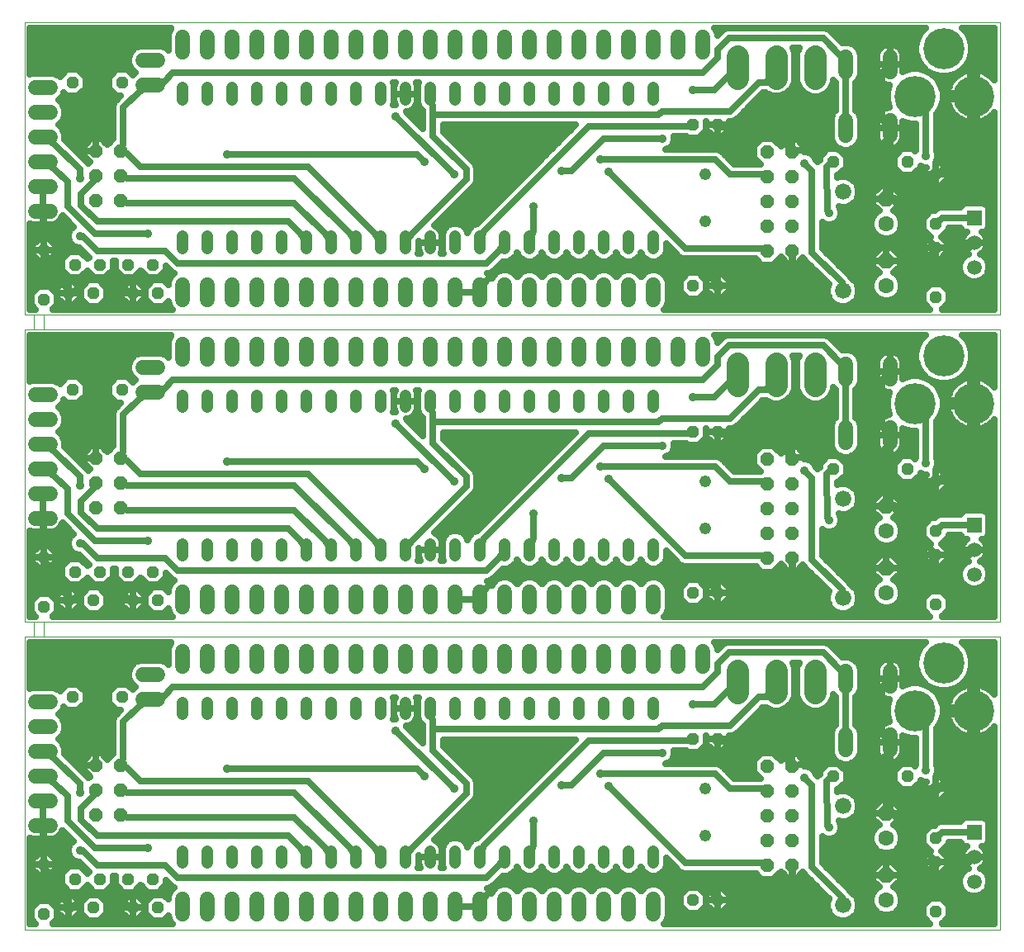
<source format=gbl>
G75*
G70*
%OFA0B0*%
%FSLAX24Y24*%
%IPPOS*%
%LPD*%
%AMOC8*
5,1,8,0,0,1.08239X$1,22.5*
%
%ADD10C,0.0000*%
%ADD11C,0.0000*%
%ADD12C,0.0480*%
%ADD13OC8,0.0480*%
%ADD14OC8,0.0540*%
%ADD15C,0.0600*%
%ADD16C,0.0480*%
%ADD17C,0.0660*%
%ADD18R,0.0591X0.0591*%
%ADD19C,0.0591*%
%ADD20OC8,0.0630*%
%ADD21C,0.0630*%
%ADD22C,0.0886*%
%ADD23C,0.1660*%
%ADD24C,0.0250*%
%ADD25C,0.0360*%
%ADD26C,0.0000*%
%ADD27C,0.0480*%
%ADD28OC8,0.0480*%
%ADD29OC8,0.0540*%
%ADD30C,0.0600*%
%ADD31C,0.0480*%
%ADD32C,0.0660*%
%ADD33R,0.0591X0.0591*%
%ADD34C,0.0591*%
%ADD35OC8,0.0630*%
%ADD36C,0.0630*%
%ADD37C,0.0886*%
%ADD38C,0.1660*%
%ADD39C,0.0250*%
%ADD40C,0.0360*%
%ADD41C,0.0000*%
%ADD42C,0.0480*%
%ADD43OC8,0.0480*%
%ADD44OC8,0.0540*%
%ADD45C,0.0600*%
%ADD46C,0.0480*%
%ADD47C,0.0660*%
%ADD48R,0.0591X0.0591*%
%ADD49C,0.0591*%
%ADD50OC8,0.0630*%
%ADD51C,0.0630*%
%ADD52C,0.0886*%
%ADD53C,0.1660*%
%ADD54C,0.0250*%
%ADD55C,0.0360*%
D10*
X000100Y000100D02*
X000100Y011911D01*
X000494Y011911D01*
X000494Y012502D01*
X000100Y012502D01*
X000100Y024313D01*
X000494Y024313D01*
X000494Y024903D01*
X000100Y024903D01*
X000100Y036714D01*
X039470Y036714D01*
X039470Y024903D01*
X000887Y024903D01*
X000887Y024313D01*
X039470Y024313D01*
X039470Y012502D01*
X000887Y012502D01*
X000887Y011911D01*
X039470Y011911D01*
X039470Y000100D01*
X000100Y000100D01*
D11*
X101Y100D02*
X101Y11911D01*
X39471Y11911D01*
X39471Y100D01*
X101Y100D01*
D12*
X6495Y2785D02*
X6495Y3265D01*
X7495Y3265D02*
X7495Y2785D01*
X8495Y2785D02*
X8495Y3265D01*
X9495Y3265D02*
X9495Y2785D01*
X10495Y2785D02*
X10495Y3265D01*
X11495Y3265D02*
X11495Y2785D01*
X12495Y2785D02*
X12495Y3265D01*
X13495Y3265D02*
X13495Y2785D01*
X14495Y2785D02*
X14495Y3265D01*
X15495Y3265D02*
X15495Y2785D01*
X16495Y2785D02*
X16495Y3265D01*
X17495Y3265D02*
X17495Y2785D01*
X18495Y2785D02*
X18495Y3265D01*
X19495Y3265D02*
X19495Y2785D01*
X20495Y2785D02*
X20495Y3265D01*
X21495Y3265D02*
X21495Y2785D01*
X22495Y2785D02*
X22495Y3265D01*
X23495Y3265D02*
X23495Y2785D01*
X24495Y2785D02*
X24495Y3265D01*
X25495Y3265D02*
X25495Y2785D01*
X25495Y8785D02*
X25495Y9265D01*
X24495Y9265D02*
X24495Y8785D01*
X23495Y8785D02*
X23495Y9265D01*
X22495Y9265D02*
X22495Y8785D01*
X21495Y8785D02*
X21495Y9265D01*
X20495Y9265D02*
X20495Y8785D01*
X19495Y8785D02*
X19495Y9265D01*
X18495Y9265D02*
X18495Y8785D01*
X17495Y8785D02*
X17495Y9265D01*
X16495Y9265D02*
X16495Y8785D01*
X15495Y8785D02*
X15495Y9265D01*
X14495Y9265D02*
X14495Y8785D01*
X13495Y8785D02*
X13495Y9265D01*
X12495Y9265D02*
X12495Y8785D01*
X11495Y8785D02*
X11495Y9265D01*
X10495Y9265D02*
X10495Y8785D01*
X9495Y8785D02*
X9495Y9265D01*
X8495Y9265D02*
X8495Y8785D01*
X7495Y8785D02*
X7495Y9265D01*
X6495Y9265D02*
X6495Y8785D01*
D13*
X4045Y9475D03*
X2045Y9475D03*
X895Y2725D03*
X2145Y2125D03*
X3145Y2125D03*
X4295Y2125D03*
X5295Y2125D03*
X5495Y975D03*
X4495Y975D03*
X2895Y975D03*
X1895Y975D03*
X895Y725D03*
X27095Y1275D03*
X28095Y1275D03*
X36895Y825D03*
X36895Y2825D03*
X36895Y3775D03*
X36895Y5775D03*
X35745Y6275D03*
X32745Y6275D03*
X28095Y7775D03*
X27095Y7775D03*
D14*
X30095Y6675D03*
X31095Y6675D03*
X31095Y5675D03*
X30095Y5675D03*
X30095Y4675D03*
X31095Y4675D03*
X31095Y3675D03*
X30095Y3675D03*
X30095Y2675D03*
X31095Y2675D03*
X3995Y4725D03*
X2995Y4725D03*
X2995Y5725D03*
X3995Y5725D03*
X3995Y6725D03*
X2995Y6725D03*
D15*
X1145Y6275D02*
X545Y6275D01*
X545Y5275D02*
X1145Y5275D01*
X1145Y4275D02*
X545Y4275D01*
X545Y7275D02*
X1145Y7275D01*
X1145Y8275D02*
X545Y8275D01*
X545Y9275D02*
X1145Y9275D01*
X4895Y9375D02*
X5495Y9375D01*
X5495Y10375D02*
X4895Y10375D01*
X6495Y10725D02*
X6495Y11325D01*
X7495Y11325D02*
X7495Y10725D01*
X8495Y10725D02*
X8495Y11325D01*
X9495Y11325D02*
X9495Y10725D01*
X10495Y10725D02*
X10495Y11325D01*
X11495Y11325D02*
X11495Y10725D01*
X12495Y10725D02*
X12495Y11325D01*
X13495Y11325D02*
X13495Y10725D01*
X14495Y10725D02*
X14495Y11325D01*
X15495Y11325D02*
X15495Y10725D01*
X16495Y10725D02*
X16495Y11325D01*
X17495Y11325D02*
X17495Y10725D01*
X18495Y10725D02*
X18495Y11325D01*
X19495Y11325D02*
X19495Y10725D01*
X20495Y10725D02*
X20495Y11325D01*
X21495Y11325D02*
X21495Y10725D01*
X22495Y10725D02*
X22495Y11325D01*
X23495Y11325D02*
X23495Y10725D01*
X24495Y10725D02*
X24495Y11325D01*
X25495Y11325D02*
X25495Y10725D01*
X26495Y10725D02*
X26495Y11325D01*
X27495Y11325D02*
X27495Y10725D01*
X33255Y10505D02*
X33255Y9905D01*
X35035Y9905D02*
X35035Y10505D01*
X35035Y7945D02*
X35035Y7345D01*
X33255Y7345D02*
X33255Y7945D01*
X25495Y1325D02*
X25495Y725D01*
X24495Y725D02*
X24495Y1325D01*
X23495Y1325D02*
X23495Y725D01*
X22495Y725D02*
X22495Y1325D01*
X21495Y1325D02*
X21495Y725D01*
X20495Y725D02*
X20495Y1325D01*
X19495Y1325D02*
X19495Y725D01*
X18495Y725D02*
X18495Y1325D01*
X17495Y1325D02*
X17495Y725D01*
X16495Y725D02*
X16495Y1325D01*
X15495Y1325D02*
X15495Y725D01*
X14495Y725D02*
X14495Y1325D01*
X13495Y1325D02*
X13495Y725D01*
X12495Y725D02*
X12495Y1325D01*
X11495Y1325D02*
X11495Y725D01*
X10495Y725D02*
X10495Y1325D01*
X9495Y1325D02*
X9495Y725D01*
X8495Y725D02*
X8495Y1325D01*
X7495Y1325D02*
X7495Y725D01*
X6495Y725D02*
X6495Y1325D01*
D16*
X27595Y3875D03*
X27595Y5775D03*
D17*
X33145Y5075D03*
X33145Y1075D03*
D18*
X38445Y4025D03*
D19*
X38445Y3025D03*
X38445Y2025D03*
D20*
X34895Y2275D03*
X34895Y4775D03*
D21*
X34895Y3775D03*
X34895Y1275D03*
D22*
X32022Y9656D02*
X32022Y10542D01*
X30451Y10546D02*
X30451Y9660D01*
X28880Y9660D02*
X28880Y10546D01*
D23*
X36051Y8925D03*
X38414Y8925D03*
X37213Y10854D03*
D24*
X38282Y10537D02*
X39246Y10537D01*
X39246Y10785D02*
X38328Y10785D01*
X38328Y10707D02*
X38328Y11001D01*
X38252Y11284D01*
X38105Y11539D01*
X37958Y11686D01*
X39246Y11686D01*
X39246Y9573D01*
X39201Y9629D01*
X39118Y9713D01*
X39025Y9787D01*
X38925Y9850D01*
X38818Y9901D01*
X38706Y9940D01*
X38590Y9967D01*
X38539Y9973D01*
X38539Y9050D01*
X38289Y9050D01*
X38289Y9973D01*
X38237Y9967D01*
X38121Y9940D01*
X38009Y9901D01*
X37902Y9850D01*
X37802Y9787D01*
X37709Y9713D01*
X37626Y9629D01*
X37552Y9536D01*
X37489Y9436D01*
X37437Y9329D01*
X37398Y9218D01*
X37372Y9102D01*
X37366Y9050D01*
X38288Y9050D01*
X38288Y8800D01*
X37366Y8800D01*
X37372Y8748D01*
X37398Y8632D01*
X37437Y8521D01*
X37489Y8414D01*
X37552Y8314D01*
X37626Y8221D01*
X37709Y8137D01*
X37802Y8063D01*
X37902Y8000D01*
X38009Y7949D01*
X38121Y7910D01*
X38237Y7883D01*
X38289Y7877D01*
X38289Y8800D01*
X38539Y8800D01*
X38539Y7877D01*
X38590Y7883D01*
X38706Y7910D01*
X38818Y7949D01*
X38925Y8000D01*
X39025Y8063D01*
X39118Y8137D01*
X39201Y8221D01*
X39246Y8277D01*
X39246Y325D01*
X37137Y325D01*
X37420Y608D01*
X37420Y1042D01*
X37112Y1350D01*
X36678Y1350D01*
X36370Y1042D01*
X36370Y608D01*
X36653Y325D01*
X25922Y325D01*
X25991Y394D01*
X26080Y609D01*
X26080Y1441D01*
X25991Y1656D01*
X25826Y1821D01*
X25611Y1910D01*
X25379Y1910D01*
X25164Y1821D01*
X24999Y1656D01*
X24995Y1647D01*
X24991Y1656D01*
X24826Y1821D01*
X24611Y1910D01*
X24379Y1910D01*
X24164Y1821D01*
X23999Y1656D01*
X23995Y1647D01*
X23991Y1656D01*
X23826Y1821D01*
X23611Y1910D01*
X23379Y1910D01*
X23164Y1821D01*
X22999Y1656D01*
X22995Y1647D01*
X22991Y1656D01*
X22826Y1821D01*
X22611Y1910D01*
X22379Y1910D01*
X22164Y1821D01*
X21999Y1656D01*
X21995Y1647D01*
X21991Y1656D01*
X21826Y1821D01*
X21611Y1910D01*
X21379Y1910D01*
X21164Y1821D01*
X20999Y1656D01*
X20995Y1647D01*
X20991Y1656D01*
X20826Y1821D01*
X20611Y1910D01*
X20379Y1910D01*
X20164Y1821D01*
X19999Y1656D01*
X19995Y1647D01*
X19991Y1656D01*
X19826Y1821D01*
X19611Y1910D01*
X19379Y1910D01*
X19164Y1821D01*
X18999Y1656D01*
X18962Y1566D01*
X18944Y1600D01*
X18895Y1667D01*
X18837Y1725D01*
X18783Y1765D01*
X18827Y1765D01*
X18977Y1827D01*
X19410Y2260D01*
X19599Y2260D01*
X19792Y2340D01*
X19940Y2488D01*
X19995Y2620D01*
X20050Y2488D01*
X20198Y2340D01*
X20391Y2260D01*
X20599Y2260D01*
X20792Y2340D01*
X20940Y2488D01*
X20995Y2620D01*
X21050Y2488D01*
X21198Y2340D01*
X21391Y2260D01*
X21599Y2260D01*
X21792Y2340D01*
X21940Y2488D01*
X21995Y2620D01*
X22050Y2488D01*
X22198Y2340D01*
X22391Y2260D01*
X22599Y2260D01*
X22792Y2340D01*
X22940Y2488D01*
X22995Y2620D01*
X23050Y2488D01*
X23198Y2340D01*
X23391Y2260D01*
X23599Y2260D01*
X23792Y2340D01*
X23940Y2488D01*
X23995Y2620D01*
X24050Y2488D01*
X24198Y2340D01*
X24391Y2260D01*
X24599Y2260D01*
X24792Y2340D01*
X24940Y2488D01*
X24995Y2620D01*
X25050Y2488D01*
X25198Y2340D01*
X25391Y2260D01*
X25599Y2260D01*
X25792Y2340D01*
X25940Y2488D01*
X26020Y2681D01*
X26020Y2970D01*
X26563Y2427D01*
X26713Y2365D01*
X29620Y2365D01*
X29865Y2120D01*
X30325Y2120D01*
X30637Y2433D01*
X30890Y2180D01*
X31095Y2180D01*
X31300Y2180D01*
X31532Y2412D01*
X31547Y2374D01*
X31663Y2259D01*
X32587Y1334D01*
X32530Y1197D01*
X32530Y953D01*
X32624Y727D01*
X32797Y554D01*
X33023Y460D01*
X33267Y460D01*
X33493Y554D01*
X33666Y727D01*
X33760Y953D01*
X33760Y1197D01*
X33666Y1423D01*
X33493Y1596D01*
X33458Y1611D01*
X33449Y1632D01*
X33334Y1747D01*
X32305Y2776D01*
X32305Y3857D01*
X32332Y3831D01*
X32503Y3760D01*
X32687Y3760D01*
X32858Y3831D01*
X32989Y3962D01*
X33060Y4133D01*
X33060Y4317D01*
X32996Y4471D01*
X33023Y4460D01*
X33267Y4460D01*
X33493Y4554D01*
X33666Y4727D01*
X33760Y4953D01*
X33760Y5197D01*
X33666Y5423D01*
X33493Y5596D01*
X33267Y5690D01*
X33023Y5690D01*
X32907Y5642D01*
X32906Y5750D01*
X32962Y5750D01*
X33270Y6058D01*
X33270Y6492D01*
X32962Y6800D01*
X32528Y6800D01*
X32220Y6492D01*
X32220Y6380D01*
X32204Y6364D01*
X32147Y6307D01*
X32147Y6306D01*
X32131Y6269D01*
X32044Y6356D01*
X31989Y6488D01*
X31858Y6619D01*
X31687Y6690D01*
X31590Y6690D01*
X31590Y6880D01*
X31300Y7170D01*
X31095Y7170D01*
X31095Y6675D01*
X32120Y6900D01*
X32501Y6900D01*
X33176Y6725D01*
X34460Y6725D01*
X35035Y7300D01*
X35035Y7645D01*
X34701Y7979D01*
X34701Y9871D01*
X35035Y10205D01*
X35560Y10205D01*
X35560Y10546D01*
X35547Y10628D01*
X35522Y10707D01*
X35484Y10780D01*
X35435Y10847D01*
X35377Y10905D01*
X35310Y10954D01*
X35237Y10992D01*
X35158Y11017D01*
X35076Y11030D01*
X35035Y11030D01*
X35035Y10205D01*
X35035Y10205D01*
X35035Y10205D01*
X35560Y10205D01*
X35560Y9929D01*
X35621Y9964D01*
X35905Y10040D01*
X36198Y10040D01*
X36482Y9964D01*
X36736Y9817D01*
X36943Y9610D01*
X37090Y9355D01*
X37166Y9072D01*
X37166Y8778D01*
X37090Y8495D01*
X36943Y8240D01*
X36905Y8202D01*
X36905Y6750D01*
X36960Y6617D01*
X36960Y6433D01*
X36889Y6262D01*
X36868Y6240D01*
X36895Y6240D01*
X36895Y5775D01*
X36976Y5775D01*
X38401Y7200D01*
X38401Y8913D01*
X38414Y8925D01*
X38288Y9046D02*
X37166Y9046D01*
X37107Y9294D02*
X37425Y9294D01*
X37557Y9543D02*
X36982Y9543D01*
X37066Y9739D02*
X37359Y9739D01*
X37643Y9815D01*
X37897Y9962D01*
X38105Y10170D01*
X38252Y10424D01*
X38328Y10707D01*
X38319Y11034D02*
X39246Y11034D01*
X39246Y11282D02*
X38252Y11282D01*
X38109Y11531D02*
X39246Y11531D01*
X36468Y11686D02*
X36321Y11539D01*
X36174Y11284D01*
X36098Y11001D01*
X36098Y10707D01*
X36174Y10424D01*
X36321Y10170D01*
X36528Y9962D01*
X36782Y9815D01*
X37066Y9739D01*
X36871Y9791D02*
X36762Y9791D01*
X36450Y10040D02*
X36198Y10040D01*
X36252Y10288D02*
X35560Y10288D01*
X35560Y10040D02*
X35904Y10040D01*
X35035Y10205D02*
X35035Y11030D01*
X34994Y11030D01*
X34912Y11017D01*
X34833Y10992D01*
X34760Y10954D01*
X34693Y10905D01*
X34635Y10847D01*
X34586Y10780D01*
X34548Y10707D01*
X34523Y10628D01*
X34510Y10546D01*
X34510Y10205D01*
X35035Y10205D01*
X35035Y10205D01*
X34510Y10205D01*
X34510Y9864D01*
X34523Y9782D01*
X34548Y9703D01*
X34586Y9630D01*
X34635Y9563D01*
X34693Y9505D01*
X34760Y9456D01*
X34833Y9418D01*
X34912Y9393D01*
X34994Y9380D01*
X35027Y9380D01*
X35012Y9355D01*
X34936Y9072D01*
X34936Y8778D01*
X35012Y8495D01*
X35027Y8470D01*
X34994Y8470D01*
X34912Y8457D01*
X34833Y8432D01*
X34760Y8394D01*
X34693Y8345D01*
X34635Y8287D01*
X34586Y8220D01*
X34548Y8147D01*
X34523Y8068D01*
X34510Y7986D01*
X34510Y7645D01*
X35035Y7645D01*
X35560Y7645D01*
X35560Y7921D01*
X35621Y7886D01*
X35905Y7810D01*
X36085Y7810D01*
X36085Y6750D01*
X36064Y6699D01*
X35962Y6800D01*
X35528Y6800D01*
X35220Y6492D01*
X35220Y6058D01*
X35528Y5750D01*
X35962Y5750D01*
X36270Y6058D01*
X36270Y6115D01*
X36403Y6060D01*
X36522Y6060D01*
X36430Y5968D01*
X36430Y5775D01*
X36895Y5775D01*
X35895Y4775D01*
X35145Y4775D01*
X35145Y4805D01*
X35035Y4915D01*
X34895Y4775D01*
X35176Y4775D01*
X35201Y4800D01*
X34901Y4800D01*
X34895Y4821D02*
X34895Y4821D01*
X34895Y4775D02*
X34895Y5315D01*
X34895Y4775D01*
X34895Y4775D01*
X35435Y4775D01*
X35435Y4999D01*
X35119Y5315D01*
X34895Y5315D01*
X34671Y5315D01*
X34355Y4999D01*
X34355Y4775D01*
X34895Y4775D01*
X34895Y4775D01*
X34895Y4775D01*
X35435Y4775D01*
X35435Y4551D01*
X35187Y4303D01*
X35235Y4284D01*
X35404Y4115D01*
X35495Y3894D01*
X35495Y3656D01*
X35404Y3435D01*
X35235Y3266D01*
X35014Y3175D01*
X34776Y3175D01*
X34555Y3266D01*
X34386Y3435D01*
X34295Y3656D01*
X34295Y3894D01*
X34386Y4115D01*
X34555Y4284D01*
X34603Y4303D01*
X34355Y4551D01*
X34355Y4775D01*
X34895Y4775D01*
X35035Y4915D02*
X35035Y7300D01*
X35035Y7306D02*
X35035Y7306D01*
X35035Y7058D02*
X35035Y7058D01*
X35237Y6858D02*
X35310Y6896D01*
X35377Y6945D01*
X35435Y7003D01*
X35484Y7070D01*
X35522Y7143D01*
X35547Y7222D01*
X35560Y7304D01*
X35560Y7645D01*
X35035Y7645D01*
X35035Y7645D01*
X35035Y6820D01*
X35076Y6820D01*
X35158Y6833D01*
X35237Y6858D01*
X35035Y6820D02*
X35035Y7645D01*
X35035Y7645D01*
X35035Y7645D01*
X34510Y7645D01*
X34510Y7304D01*
X34523Y7222D01*
X34548Y7143D01*
X34586Y7070D01*
X34635Y7003D01*
X34693Y6945D01*
X34760Y6896D01*
X34833Y6858D01*
X34912Y6833D01*
X34994Y6820D01*
X35035Y6820D01*
X35288Y6561D02*
X33202Y6561D01*
X33139Y6760D02*
X33371Y6760D01*
X33586Y6849D01*
X33751Y7014D01*
X33840Y7229D01*
X33840Y8061D01*
X33751Y8276D01*
X33665Y8362D01*
X33665Y9488D01*
X33751Y9574D01*
X33840Y9789D01*
X33840Y10621D01*
X33751Y10836D01*
X33586Y11001D01*
X33371Y11090D01*
X33139Y11090D01*
X33118Y11082D01*
X32693Y11507D01*
X32577Y11623D01*
X32427Y11685D01*
X28463Y11685D01*
X28313Y11623D01*
X28080Y11390D01*
X28080Y11441D01*
X27991Y11656D01*
X27961Y11686D01*
X36468Y11686D01*
X36316Y11531D02*
X32669Y11531D01*
X32918Y11282D02*
X36173Y11282D01*
X36107Y11034D02*
X33507Y11034D01*
X33772Y10785D02*
X34590Y10785D01*
X35035Y10785D02*
X35035Y10785D01*
X35480Y10785D02*
X36098Y10785D01*
X36143Y10537D02*
X35560Y10537D01*
X35035Y10537D02*
X35035Y10537D01*
X35035Y10288D02*
X35035Y10288D01*
X34510Y10288D02*
X33840Y10288D01*
X33840Y10040D02*
X34510Y10040D01*
X34521Y9791D02*
X33840Y9791D01*
X33720Y9543D02*
X34655Y9543D01*
X34996Y9294D02*
X33665Y9294D01*
X33665Y9046D02*
X34936Y9046D01*
X34936Y8797D02*
X33665Y8797D01*
X32845Y8797D02*
X29647Y8797D01*
X29399Y8549D02*
X32845Y8549D01*
X32845Y8362D02*
X32759Y8276D01*
X32670Y8061D01*
X32670Y7229D01*
X32759Y7014D01*
X32924Y6849D01*
X33139Y6760D01*
X33020Y6809D02*
X31590Y6809D01*
X31412Y7058D02*
X32741Y7058D01*
X32670Y7306D02*
X27369Y7306D01*
X27312Y7250D02*
X27620Y7558D01*
X27620Y7915D01*
X27630Y7915D01*
X27630Y7775D01*
X28095Y7775D01*
X28245Y7675D01*
X30145Y7675D01*
X31045Y6775D01*
X31095Y6675D01*
X31095Y6675D01*
X31095Y7170D01*
X30890Y7170D01*
X30637Y6917D01*
X30325Y7230D01*
X29865Y7230D01*
X29540Y6905D01*
X29540Y6445D01*
X29800Y6185D01*
X28765Y6185D01*
X28343Y6607D01*
X28227Y6723D01*
X28077Y6785D01*
X25998Y6785D01*
X26108Y6831D01*
X26239Y6962D01*
X26310Y7133D01*
X26310Y7315D01*
X26813Y7315D01*
X26878Y7250D01*
X27312Y7250D01*
X27630Y7582D02*
X27902Y7310D01*
X28095Y7310D01*
X28288Y7310D01*
X28560Y7582D01*
X28560Y7775D01*
X28560Y7915D01*
X28677Y7915D01*
X28827Y7977D01*
X28943Y8093D01*
X29915Y9065D01*
X30008Y9065D01*
X30018Y9063D01*
X30039Y9043D01*
X30306Y8932D01*
X30596Y8932D01*
X30863Y9043D01*
X31068Y9248D01*
X31179Y9515D01*
X31179Y10691D01*
X31107Y10865D01*
X31368Y10865D01*
X31294Y10687D01*
X31294Y9511D01*
X31405Y9244D01*
X31609Y9039D01*
X31877Y8928D01*
X32167Y8928D01*
X32434Y9039D01*
X32639Y9244D01*
X32750Y9511D01*
X32750Y9596D01*
X32759Y9574D01*
X32845Y9488D01*
X32845Y8362D01*
X32783Y8300D02*
X29150Y8300D01*
X28943Y8093D02*
X28943Y8093D01*
X28902Y8052D02*
X32670Y8052D01*
X32670Y7803D02*
X28560Y7803D01*
X28560Y7775D02*
X28095Y7775D01*
X28095Y7775D01*
X28560Y7775D01*
X28532Y7555D02*
X32670Y7555D01*
X33255Y7645D02*
X33255Y10205D01*
X33195Y10565D01*
X33095Y10525D01*
X32345Y11275D01*
X28545Y11275D01*
X28095Y10825D01*
X28095Y10475D01*
X27495Y9875D01*
X6095Y9875D01*
X5745Y9525D01*
X5195Y9375D01*
X4745Y9125D01*
X4095Y8475D01*
X4095Y6975D01*
X3995Y6725D01*
X4245Y6625D01*
X4795Y6075D01*
X11545Y6075D01*
X14245Y3375D01*
X14495Y3025D01*
X15495Y3025D02*
X15745Y3375D01*
X17945Y5575D01*
X17945Y5975D01*
X16595Y7325D01*
X16595Y8175D01*
X25695Y8175D01*
X25845Y8325D01*
X28595Y8325D01*
X29745Y9475D01*
X30045Y9475D01*
X30451Y10103D01*
X31179Y10040D02*
X31294Y10040D01*
X31294Y10288D02*
X31179Y10288D01*
X31179Y10537D02*
X31294Y10537D01*
X31335Y10785D02*
X31140Y10785D01*
X28880Y10103D02*
X27952Y9175D01*
X27095Y9175D01*
X29896Y9046D02*
X30036Y9046D01*
X30866Y9046D02*
X31603Y9046D01*
X31384Y9294D02*
X31087Y9294D01*
X31179Y9543D02*
X31294Y9543D01*
X31294Y9791D02*
X31179Y9791D01*
X32750Y9543D02*
X32790Y9543D01*
X32845Y9294D02*
X32660Y9294D01*
X32845Y9046D02*
X32441Y9046D01*
X33665Y8549D02*
X34998Y8549D01*
X34648Y8300D02*
X33727Y8300D01*
X33840Y8052D02*
X34520Y8052D01*
X34510Y7803D02*
X33840Y7803D01*
X33840Y7555D02*
X34510Y7555D01*
X34510Y7306D02*
X33840Y7306D01*
X33769Y7058D02*
X34595Y7058D01*
X35475Y7058D02*
X36085Y7058D01*
X36085Y7306D02*
X35560Y7306D01*
X35560Y7555D02*
X36085Y7555D01*
X36085Y7803D02*
X35560Y7803D01*
X35035Y7555D02*
X35035Y7555D01*
X36905Y7555D02*
X39246Y7555D01*
X39246Y7803D02*
X36905Y7803D01*
X36905Y8052D02*
X37820Y8052D01*
X37562Y8300D02*
X36978Y8300D01*
X37105Y8549D02*
X37427Y8549D01*
X37366Y8797D02*
X37166Y8797D01*
X36495Y8481D02*
X36051Y8925D01*
X36495Y8481D02*
X36495Y6525D01*
X36960Y6561D02*
X39246Y6561D01*
X39246Y6809D02*
X36905Y6809D01*
X36905Y7058D02*
X39246Y7058D01*
X39246Y7306D02*
X36905Y7306D01*
X36085Y6809D02*
X33490Y6809D01*
X32288Y6561D02*
X31917Y6561D01*
X32088Y6312D02*
X32152Y6312D01*
X32147Y6307D02*
X32147Y6307D01*
X32495Y6075D02*
X32745Y6325D01*
X32745Y6275D01*
X32495Y6075D02*
X32501Y4300D01*
X32576Y4225D01*
X32595Y4225D01*
X33037Y4076D02*
X34370Y4076D01*
X34582Y4324D02*
X33057Y4324D01*
X33513Y4573D02*
X34355Y4573D01*
X34355Y4821D02*
X33706Y4821D01*
X33760Y5070D02*
X34426Y5070D01*
X34895Y5070D02*
X34895Y5070D01*
X35364Y5070D02*
X39246Y5070D01*
X39246Y5318D02*
X37096Y5318D01*
X37088Y5310D02*
X37360Y5582D01*
X37360Y5775D01*
X37360Y5968D01*
X37088Y6240D01*
X36895Y6240D01*
X36895Y5775D01*
X36895Y5775D01*
X37360Y5775D01*
X36895Y5775D01*
X36895Y5775D01*
X36895Y5310D01*
X37088Y5310D01*
X36895Y5310D02*
X36895Y5775D01*
X36895Y5775D01*
X36895Y5775D01*
X36430Y5775D01*
X36430Y5582D01*
X36702Y5310D01*
X36895Y5310D01*
X36895Y5318D02*
X36895Y5318D01*
X36694Y5318D02*
X33710Y5318D01*
X33523Y5567D02*
X36446Y5567D01*
X36895Y5567D02*
X36895Y5567D01*
X37344Y5567D02*
X39246Y5567D01*
X39246Y5815D02*
X37360Y5815D01*
X36895Y5815D02*
X36895Y5815D01*
X36430Y5815D02*
X36028Y5815D01*
X35462Y5815D02*
X33028Y5815D01*
X33270Y6064D02*
X35220Y6064D01*
X35220Y6312D02*
X33270Y6312D01*
X31895Y5925D02*
X31595Y6225D01*
X31895Y5925D02*
X31895Y2606D01*
X33101Y1400D01*
X33101Y1219D01*
X33145Y1075D01*
X32530Y1094D02*
X28560Y1094D01*
X28560Y1082D02*
X28560Y1275D01*
X28560Y1468D01*
X28288Y1740D01*
X28095Y1740D01*
X28095Y1275D01*
X30176Y1275D01*
X31101Y2200D01*
X31101Y2669D01*
X31095Y2675D01*
X31095Y2180D01*
X31095Y2675D01*
X31095Y2675D01*
X31095Y2585D02*
X31095Y2585D01*
X31095Y2336D02*
X31095Y2336D01*
X31101Y2200D02*
X32801Y400D01*
X33501Y400D01*
X33901Y800D01*
X33901Y1800D01*
X34376Y2275D01*
X34895Y2275D01*
X36545Y2275D01*
X36895Y2825D01*
X35145Y4775D01*
X35435Y4821D02*
X39246Y4821D01*
X39246Y4573D02*
X38875Y4573D01*
X38902Y4562D02*
X38797Y4605D01*
X38093Y4605D01*
X37988Y4562D01*
X37908Y4482D01*
X37889Y4435D01*
X37063Y4435D01*
X36913Y4373D01*
X36840Y4300D01*
X36678Y4300D01*
X36370Y3992D01*
X36370Y3558D01*
X36670Y3258D01*
X36430Y3018D01*
X36430Y2825D01*
X36895Y2825D01*
X38245Y2825D01*
X38445Y3025D01*
X38965Y3025D01*
X38965Y3066D01*
X38952Y3147D01*
X38927Y3225D01*
X38890Y3298D01*
X38842Y3364D01*
X38784Y3422D01*
X38752Y3445D01*
X38797Y3445D01*
X38902Y3488D01*
X38982Y3568D01*
X39025Y3673D01*
X39025Y4377D01*
X38982Y4482D01*
X38902Y4562D01*
X39025Y4324D02*
X39246Y4324D01*
X39246Y4076D02*
X39025Y4076D01*
X38445Y4025D02*
X37145Y4025D01*
X36895Y3775D01*
X36370Y3827D02*
X35495Y3827D01*
X35463Y3579D02*
X36370Y3579D01*
X36597Y3330D02*
X35299Y3330D01*
X34491Y3330D02*
X32305Y3330D01*
X32305Y3082D02*
X36494Y3082D01*
X36430Y2833D02*
X32305Y2833D01*
X32496Y2585D02*
X34441Y2585D01*
X34355Y2499D02*
X34355Y2275D01*
X34895Y2275D01*
X34895Y2275D01*
X34895Y2815D01*
X35119Y2815D01*
X35435Y2499D01*
X35435Y2275D01*
X34895Y2275D01*
X34895Y2275D01*
X34895Y2275D01*
X34895Y2815D01*
X34671Y2815D01*
X34355Y2499D01*
X34895Y2585D02*
X34895Y2585D01*
X35349Y2585D02*
X36478Y2585D01*
X36430Y2632D02*
X36702Y2360D01*
X36895Y2360D01*
X37088Y2360D01*
X37360Y2632D01*
X37360Y2825D01*
X37360Y3018D01*
X37120Y3258D01*
X37420Y3558D01*
X37420Y3615D01*
X37889Y3615D01*
X37908Y3568D01*
X37988Y3488D01*
X38093Y3445D01*
X38138Y3445D01*
X38106Y3422D01*
X38048Y3364D01*
X38000Y3298D01*
X37963Y3225D01*
X37938Y3147D01*
X37925Y3066D01*
X37925Y3025D01*
X37925Y2984D01*
X37938Y2903D01*
X37963Y2825D01*
X38000Y2752D01*
X38048Y2686D01*
X38106Y2628D01*
X38172Y2580D01*
X38215Y2558D01*
X38116Y2517D01*
X37953Y2354D01*
X37865Y2140D01*
X37865Y1910D01*
X37953Y1696D01*
X38116Y1533D01*
X38330Y1445D01*
X38560Y1445D01*
X38774Y1533D01*
X38937Y1696D01*
X39025Y1910D01*
X39025Y2140D01*
X38937Y2354D01*
X38774Y2517D01*
X38675Y2558D01*
X38718Y2580D01*
X38784Y2628D01*
X38842Y2686D01*
X38890Y2752D01*
X38927Y2825D01*
X38952Y2903D01*
X38965Y2984D01*
X38965Y3025D01*
X38445Y3025D01*
X38445Y3025D01*
X38445Y3025D01*
X37925Y3025D01*
X38445Y3025D01*
X38963Y3082D02*
X39246Y3082D01*
X39246Y3330D02*
X38866Y3330D01*
X38986Y3579D02*
X39246Y3579D01*
X39246Y3827D02*
X39025Y3827D01*
X37904Y3579D02*
X37420Y3579D01*
X37193Y3330D02*
X38024Y3330D01*
X37927Y3082D02*
X37296Y3082D01*
X37360Y2833D02*
X37960Y2833D01*
X37360Y2825D02*
X36895Y2825D01*
X36895Y2825D01*
X37360Y2825D01*
X36895Y2825D02*
X36895Y2360D01*
X36895Y2825D01*
X36895Y2825D01*
X36895Y2825D01*
X36430Y2825D01*
X36430Y2632D01*
X36895Y2585D02*
X36895Y2585D01*
X37312Y2585D02*
X38166Y2585D01*
X38724Y2585D02*
X39246Y2585D01*
X39246Y2833D02*
X38930Y2833D01*
X38944Y2336D02*
X39246Y2336D01*
X39246Y2088D02*
X39025Y2088D01*
X38996Y1839D02*
X39246Y1839D01*
X39246Y1591D02*
X38831Y1591D01*
X39246Y1342D02*
X37120Y1342D01*
X37369Y1094D02*
X39246Y1094D01*
X39246Y845D02*
X37420Y845D01*
X37409Y597D02*
X39246Y597D01*
X39246Y348D02*
X37161Y348D01*
X36629Y348D02*
X25946Y348D01*
X26075Y597D02*
X32753Y597D01*
X32574Y845D02*
X28323Y845D01*
X28288Y810D02*
X28560Y1082D01*
X28560Y1275D02*
X28095Y1275D01*
X28045Y1375D01*
X27495Y1925D01*
X19195Y1925D01*
X18745Y1475D01*
X18495Y1025D01*
X17495Y1025D01*
X18495Y1025D01*
X18495Y1025D01*
X17970Y1025D01*
X17495Y1025D01*
X17495Y1025D01*
X18949Y1591D02*
X18972Y1591D01*
X18989Y1839D02*
X19208Y1839D01*
X19782Y1839D02*
X20208Y1839D01*
X20782Y1839D02*
X21208Y1839D01*
X21782Y1839D02*
X22208Y1839D01*
X22782Y1839D02*
X23208Y1839D01*
X23782Y1839D02*
X24208Y1839D01*
X24782Y1839D02*
X25208Y1839D01*
X25782Y1839D02*
X32082Y1839D01*
X32330Y1591D02*
X28437Y1591D01*
X28095Y1591D02*
X28095Y1591D01*
X28095Y1740D02*
X27902Y1740D01*
X27630Y1468D01*
X27630Y1275D01*
X28095Y1275D01*
X28560Y1275D01*
X28560Y1342D02*
X32579Y1342D01*
X33499Y1591D02*
X34376Y1591D01*
X34386Y1615D02*
X34295Y1394D01*
X34295Y1156D01*
X34386Y935D01*
X34555Y766D01*
X34776Y675D01*
X35014Y675D01*
X35235Y766D01*
X35404Y935D01*
X35495Y1156D01*
X35495Y1394D01*
X35404Y1615D01*
X35235Y1784D01*
X35187Y1803D01*
X35435Y2051D01*
X35435Y2275D01*
X34895Y2275D01*
X34355Y2275D01*
X34355Y2051D01*
X34603Y1803D01*
X34555Y1784D01*
X34386Y1615D01*
X34295Y1342D02*
X33700Y1342D01*
X33760Y1094D02*
X34321Y1094D01*
X34476Y845D02*
X33716Y845D01*
X33537Y597D02*
X36381Y597D01*
X36370Y845D02*
X35314Y845D01*
X35469Y1094D02*
X36421Y1094D01*
X36670Y1342D02*
X35495Y1342D01*
X35414Y1591D02*
X38059Y1591D01*
X37894Y1839D02*
X35223Y1839D01*
X34567Y1839D02*
X33242Y1839D01*
X32993Y2088D02*
X34355Y2088D01*
X34355Y2336D02*
X32745Y2336D01*
X31833Y2088D02*
X19238Y2088D01*
X18745Y2175D02*
X19245Y2675D01*
X19495Y3025D01*
X18645Y3475D02*
X18495Y3025D01*
X18645Y3475D02*
X22895Y7725D01*
X26945Y7725D01*
X27095Y7775D01*
X27620Y7803D02*
X27630Y7803D01*
X27630Y7775D02*
X27630Y7582D01*
X27617Y7555D02*
X27658Y7555D01*
X28095Y7555D02*
X28095Y7555D01*
X28095Y7775D02*
X28095Y7310D01*
X28095Y7775D01*
X28095Y7775D01*
X28095Y7775D01*
X27630Y7775D01*
X26821Y7306D02*
X26310Y7306D01*
X26279Y7058D02*
X29693Y7058D01*
X29540Y6809D02*
X26057Y6809D01*
X25845Y7225D02*
X23495Y7225D01*
X22195Y5925D01*
X21795Y5925D01*
X20902Y6312D02*
X18188Y6312D01*
X18177Y6323D02*
X17005Y7495D01*
X17005Y7765D01*
X22355Y7765D01*
X18402Y3812D01*
X18389Y3805D01*
X18367Y3780D01*
X18198Y3710D01*
X18050Y3562D01*
X17995Y3430D01*
X17940Y3562D01*
X17792Y3710D01*
X17599Y3790D01*
X17391Y3790D01*
X17198Y3710D01*
X17050Y3562D01*
X16970Y3369D01*
X16970Y2681D01*
X17010Y2585D01*
X16915Y2585D01*
X16926Y2607D01*
X16949Y2676D01*
X16960Y2748D01*
X16960Y3025D01*
X16960Y3302D01*
X16949Y3374D01*
X16926Y3443D01*
X16893Y3509D01*
X16850Y3568D01*
X16798Y3620D01*
X16739Y3663D01*
X16673Y3696D01*
X16653Y3703D01*
X18293Y5343D01*
X18355Y5493D01*
X18355Y6057D01*
X18293Y6207D01*
X18177Y6323D01*
X18352Y6064D02*
X20654Y6064D01*
X20405Y5815D02*
X18355Y5815D01*
X18355Y5567D02*
X20157Y5567D01*
X19908Y5318D02*
X18268Y5318D01*
X18020Y5070D02*
X19660Y5070D01*
X19411Y4821D02*
X17771Y4821D01*
X17523Y4573D02*
X19163Y4573D01*
X18914Y4324D02*
X17274Y4324D01*
X17026Y4076D02*
X18666Y4076D01*
X18417Y3827D02*
X16777Y3827D01*
X16839Y3579D02*
X17066Y3579D01*
X16970Y3330D02*
X16955Y3330D01*
X16960Y3082D02*
X16970Y3082D01*
X16960Y3025D02*
X16495Y3025D01*
X16495Y3025D01*
X16960Y3025D01*
X16960Y2833D02*
X16970Y2833D01*
X16495Y3025D02*
X16030Y3025D01*
X16495Y3025D01*
X16495Y3025D01*
X16030Y3025D02*
X16030Y3069D01*
X16020Y3055D01*
X16020Y2681D01*
X15980Y2585D01*
X16075Y2585D01*
X16064Y2607D01*
X16041Y2676D01*
X16030Y2748D01*
X16030Y3025D01*
X16020Y2833D02*
X16030Y2833D01*
X17924Y3579D02*
X18066Y3579D01*
X20495Y3025D02*
X20645Y3475D01*
X20645Y4475D01*
X23695Y5875D02*
X26795Y2775D01*
X30045Y2775D01*
X30095Y2675D01*
X30541Y2336D02*
X30734Y2336D01*
X31456Y2336D02*
X31585Y2336D01*
X29649Y2336D02*
X25784Y2336D01*
X25206Y2336D02*
X24784Y2336D01*
X24980Y2585D02*
X25010Y2585D01*
X24206Y2336D02*
X23784Y2336D01*
X23206Y2336D02*
X22784Y2336D01*
X22206Y2336D02*
X21784Y2336D01*
X21980Y2585D02*
X22010Y2585D01*
X21206Y2336D02*
X20784Y2336D01*
X20206Y2336D02*
X19784Y2336D01*
X19980Y2585D02*
X20010Y2585D01*
X20980Y2585D02*
X21010Y2585D01*
X22980Y2585D02*
X23010Y2585D01*
X23980Y2585D02*
X24010Y2585D01*
X25980Y2585D02*
X26405Y2585D01*
X26157Y2833D02*
X26020Y2833D01*
X26878Y1800D02*
X26570Y1492D01*
X26570Y1058D01*
X26878Y750D01*
X27312Y750D01*
X27620Y1058D01*
X27620Y1492D01*
X27312Y1800D01*
X26878Y1800D01*
X26668Y1591D02*
X26018Y1591D01*
X26080Y1342D02*
X26570Y1342D01*
X26570Y1094D02*
X26080Y1094D01*
X26080Y845D02*
X26782Y845D01*
X27408Y845D02*
X27867Y845D01*
X27902Y810D02*
X28095Y810D01*
X28288Y810D01*
X28095Y810D02*
X28095Y1275D01*
X28095Y1275D01*
X28095Y1275D01*
X28095Y1275D01*
X28095Y1275D01*
X28095Y1740D01*
X27753Y1591D02*
X27522Y1591D01*
X27620Y1342D02*
X27630Y1342D01*
X27630Y1275D02*
X27630Y1082D01*
X27902Y810D01*
X28095Y810D02*
X28095Y1275D01*
X27630Y1275D01*
X27620Y1094D02*
X27630Y1094D01*
X28095Y1094D02*
X28095Y1094D01*
X28095Y1342D02*
X28095Y1342D01*
X28095Y845D02*
X28095Y845D01*
X34895Y2336D02*
X34895Y2336D01*
X35435Y2336D02*
X37946Y2336D01*
X37865Y2088D02*
X35435Y2088D01*
X34327Y3579D02*
X32305Y3579D01*
X32305Y3827D02*
X32340Y3827D01*
X32850Y3827D02*
X34295Y3827D01*
X35208Y4324D02*
X36864Y4324D01*
X36453Y4076D02*
X35420Y4076D01*
X35435Y4573D02*
X38015Y4573D01*
X37264Y6064D02*
X39246Y6064D01*
X39246Y6312D02*
X36910Y6312D01*
X36895Y6064D02*
X36895Y6064D01*
X36393Y6064D02*
X36270Y6064D01*
X31095Y6809D02*
X31095Y6809D01*
X31095Y7058D02*
X31095Y7058D01*
X30778Y7058D02*
X30497Y7058D01*
X29540Y6561D02*
X28389Y6561D01*
X27995Y6375D02*
X23345Y6375D01*
X21399Y6809D02*
X17691Y6809D01*
X17939Y6561D02*
X21151Y6561D01*
X21648Y7058D02*
X17442Y7058D01*
X17194Y7306D02*
X21896Y7306D01*
X22145Y7555D02*
X17005Y7555D01*
X16185Y7615D02*
X15544Y8256D01*
X15518Y8320D01*
X15532Y8320D01*
X15604Y8331D01*
X15673Y8354D01*
X15739Y8387D01*
X15798Y8430D01*
X15850Y8482D01*
X15893Y8541D01*
X15926Y8607D01*
X15949Y8676D01*
X15960Y8748D01*
X15960Y9025D01*
X15960Y9302D01*
X15949Y9374D01*
X15926Y9443D01*
X15915Y9465D01*
X16010Y9465D01*
X15970Y9369D01*
X15970Y8681D01*
X16050Y8488D01*
X16185Y8353D01*
X16185Y7615D01*
X16185Y7803D02*
X15997Y7803D01*
X16185Y8052D02*
X15748Y8052D01*
X15526Y8300D02*
X16185Y8300D01*
X16595Y8175D02*
X16595Y8525D01*
X16495Y9025D01*
X15970Y9046D02*
X15960Y9046D01*
X15960Y9025D02*
X15495Y9025D01*
X15495Y9025D01*
X15495Y9025D01*
X15030Y9025D01*
X15030Y9302D01*
X15041Y9374D01*
X15064Y9443D01*
X15075Y9465D01*
X14980Y9465D01*
X15020Y9369D01*
X15020Y8681D01*
X14978Y8580D01*
X15003Y8590D01*
X15072Y8590D01*
X15064Y8607D01*
X15041Y8676D01*
X15030Y8748D01*
X15030Y9025D01*
X15495Y9025D01*
X15960Y9025D01*
X15960Y9294D02*
X15970Y9294D01*
X15030Y9294D02*
X15020Y9294D01*
X15020Y9046D02*
X15030Y9046D01*
X15020Y8797D02*
X15030Y8797D01*
X15897Y8549D02*
X16025Y8549D01*
X15970Y8797D02*
X15960Y8797D01*
X15095Y8125D02*
X17445Y5775D01*
X16245Y6275D02*
X15945Y6575D01*
X8295Y6575D01*
X10995Y5625D02*
X13245Y3375D01*
X13495Y3025D01*
X12495Y3025D02*
X12245Y3375D01*
X10995Y4625D01*
X4245Y4625D01*
X3995Y4725D01*
X3045Y3875D02*
X2395Y4525D01*
X2395Y4975D01*
X2895Y5475D01*
X2995Y5725D01*
X2345Y5625D02*
X2345Y5975D01*
X1295Y7025D01*
X845Y7275D01*
X1641Y7606D02*
X1730Y7391D01*
X1730Y7170D01*
X2577Y6323D01*
X2692Y6207D01*
X2753Y6267D01*
X2500Y6520D01*
X2500Y6725D01*
X2995Y6725D01*
X2995Y6725D01*
X2995Y7220D01*
X3200Y7220D01*
X3453Y6967D01*
X3685Y7200D01*
X3685Y8557D01*
X3747Y8707D01*
X3990Y8950D01*
X3828Y8950D01*
X3520Y9258D01*
X3520Y9692D01*
X3828Y10000D01*
X4262Y10000D01*
X4478Y9785D01*
X4564Y9871D01*
X4573Y9875D01*
X4564Y9879D01*
X4399Y10044D01*
X4310Y10259D01*
X4310Y10491D01*
X4399Y10706D01*
X4564Y10871D01*
X4779Y10960D01*
X5611Y10960D01*
X5826Y10871D01*
X5910Y10787D01*
X5910Y11441D01*
X5999Y11656D01*
X6029Y11686D01*
X326Y11686D01*
X326Y9818D01*
X429Y9860D01*
X1261Y9860D01*
X1476Y9771D01*
X1537Y9710D01*
X1828Y10000D01*
X2262Y10000D01*
X2570Y9692D01*
X2570Y9258D01*
X2262Y8950D01*
X1828Y8950D01*
X1697Y9080D01*
X1641Y8944D01*
X1476Y8779D01*
X1467Y8775D01*
X1476Y8771D01*
X1641Y8606D01*
X1730Y8391D01*
X1730Y8159D01*
X1641Y7944D01*
X1476Y7779D01*
X1467Y7775D01*
X1476Y7771D01*
X1641Y7606D01*
X1662Y7555D02*
X3685Y7555D01*
X3685Y7803D02*
X1501Y7803D01*
X1686Y8052D02*
X3685Y8052D01*
X3685Y8300D02*
X1730Y8300D01*
X1665Y8549D02*
X3685Y8549D01*
X3837Y8797D02*
X1495Y8797D01*
X1683Y9046D02*
X1732Y9046D01*
X2358Y9046D02*
X3732Y9046D01*
X3520Y9294D02*
X2570Y9294D01*
X2570Y9543D02*
X3520Y9543D01*
X3619Y9791D02*
X2471Y9791D01*
X1619Y9791D02*
X1427Y9791D01*
X326Y10040D02*
X4403Y10040D01*
X4310Y10288D02*
X326Y10288D01*
X326Y10537D02*
X4329Y10537D01*
X4478Y10785D02*
X326Y10785D01*
X326Y11034D02*
X5910Y11034D01*
X5910Y11282D02*
X326Y11282D01*
X326Y11531D02*
X5947Y11531D01*
X4484Y9791D02*
X4471Y9791D01*
X3685Y7306D02*
X1730Y7306D01*
X1842Y7058D02*
X2628Y7058D01*
X2500Y6930D02*
X2500Y6725D01*
X2995Y6725D01*
X2995Y6725D01*
X2995Y7220D01*
X2790Y7220D01*
X2500Y6930D01*
X2500Y6809D02*
X2091Y6809D01*
X2339Y6561D02*
X2500Y6561D01*
X2588Y6312D02*
X2708Y6312D01*
X1845Y5475D02*
X1295Y6025D01*
X845Y6275D01*
X1845Y5475D02*
X1845Y4475D01*
X2945Y3375D01*
X5095Y3375D01*
X5795Y2675D02*
X3045Y2675D01*
X2445Y3275D01*
X2345Y3275D01*
X1922Y3082D02*
X1196Y3082D01*
X1088Y3190D02*
X895Y3190D01*
X895Y2725D01*
X995Y2475D01*
X1795Y1675D01*
X1795Y1225D01*
X1895Y975D01*
X2145Y1075D01*
X2595Y1525D01*
X3145Y1525D01*
X3595Y1075D01*
X4245Y1075D01*
X4495Y975D01*
X4960Y975D01*
X4960Y1168D01*
X4688Y1440D01*
X4495Y1440D01*
X4495Y975D01*
X4495Y975D01*
X4495Y975D01*
X4960Y975D01*
X4960Y782D01*
X4688Y510D01*
X4495Y510D01*
X4495Y975D01*
X4495Y975D01*
X4495Y975D01*
X4030Y975D01*
X4030Y1168D01*
X4302Y1440D01*
X4495Y1440D01*
X4495Y975D01*
X4495Y510D01*
X4302Y510D01*
X4030Y782D01*
X4030Y975D01*
X4495Y975D01*
X4495Y1094D02*
X4495Y1094D01*
X4495Y1342D02*
X4495Y1342D01*
X4785Y1342D02*
X5120Y1342D01*
X4970Y1192D02*
X4970Y758D01*
X5278Y450D01*
X5712Y450D01*
X5910Y648D01*
X5910Y609D01*
X5999Y394D01*
X6068Y325D01*
X1237Y325D01*
X1420Y508D01*
X1420Y942D01*
X1112Y1250D01*
X678Y1250D01*
X370Y942D01*
X370Y508D01*
X553Y325D01*
X326Y325D01*
X326Y3797D01*
X343Y3788D01*
X422Y3763D01*
X504Y3750D01*
X845Y3750D01*
X1186Y3750D01*
X1268Y3763D01*
X1347Y3788D01*
X1420Y3826D01*
X1487Y3875D01*
X1545Y3933D01*
X1594Y4000D01*
X1632Y4073D01*
X1640Y4100D01*
X2076Y3664D01*
X1951Y3538D01*
X1880Y3367D01*
X1880Y3183D01*
X1951Y3012D01*
X2082Y2881D01*
X2253Y2810D01*
X2330Y2810D01*
X2697Y2443D01*
X2709Y2431D01*
X2645Y2367D01*
X2362Y2650D01*
X1928Y2650D01*
X1620Y2342D01*
X1620Y1908D01*
X1928Y1600D01*
X2362Y1600D01*
X2645Y1883D01*
X2928Y1600D01*
X3362Y1600D01*
X3670Y1908D01*
X3670Y2265D01*
X3770Y2265D01*
X3770Y1908D01*
X4078Y1600D01*
X4512Y1600D01*
X4795Y1883D01*
X5078Y1600D01*
X5512Y1600D01*
X5820Y1908D01*
X5820Y2070D01*
X5947Y1943D01*
X6063Y1827D01*
X6139Y1796D01*
X5999Y1656D01*
X5910Y1441D01*
X5910Y1302D01*
X5712Y1500D01*
X5278Y1500D01*
X4970Y1192D01*
X4960Y1094D02*
X4970Y1094D01*
X4960Y845D02*
X4970Y845D01*
X5131Y597D02*
X4774Y597D01*
X4495Y597D02*
X4495Y597D01*
X4216Y597D02*
X3259Y597D01*
X3112Y450D02*
X3420Y758D01*
X3420Y1192D01*
X3112Y1500D01*
X2678Y1500D01*
X2370Y1192D01*
X2370Y758D01*
X2678Y450D01*
X3112Y450D01*
X2531Y597D02*
X2174Y597D01*
X2088Y510D02*
X2360Y782D01*
X2360Y975D01*
X2360Y1168D01*
X2088Y1440D01*
X1895Y1440D01*
X1895Y975D01*
X2360Y975D01*
X1895Y975D01*
X1895Y975D01*
X1895Y975D01*
X1895Y510D01*
X2088Y510D01*
X1895Y510D02*
X1895Y975D01*
X1895Y975D01*
X1895Y975D01*
X1430Y975D01*
X1430Y1168D01*
X1702Y1440D01*
X1895Y1440D01*
X1895Y975D01*
X1430Y975D01*
X1430Y782D01*
X1702Y510D01*
X1895Y510D01*
X1895Y597D02*
X1895Y597D01*
X1616Y597D02*
X1420Y597D01*
X1420Y845D02*
X1430Y845D01*
X1895Y845D02*
X1895Y845D01*
X2360Y845D02*
X2370Y845D01*
X2360Y1094D02*
X2370Y1094D01*
X2520Y1342D02*
X2185Y1342D01*
X1895Y1342D02*
X1895Y1342D01*
X1895Y1094D02*
X1895Y1094D01*
X1605Y1342D02*
X326Y1342D01*
X326Y1094D02*
X521Y1094D01*
X370Y845D02*
X326Y845D01*
X326Y597D02*
X370Y597D01*
X326Y348D02*
X529Y348D01*
X1261Y348D02*
X6044Y348D01*
X5915Y597D02*
X5859Y597D01*
X4495Y845D02*
X4495Y845D01*
X4030Y845D02*
X3420Y845D01*
X3420Y1094D02*
X4030Y1094D01*
X4205Y1342D02*
X3270Y1342D01*
X3602Y1839D02*
X3838Y1839D01*
X3770Y2088D02*
X3670Y2088D01*
X2688Y1839D02*
X2602Y1839D01*
X1688Y1839D02*
X326Y1839D01*
X326Y1591D02*
X5972Y1591D01*
X5910Y1342D02*
X5870Y1342D01*
X5752Y1839D02*
X6051Y1839D01*
X6295Y2175D02*
X18745Y2175D01*
X11495Y3025D02*
X11245Y3375D01*
X10745Y3875D01*
X3045Y3875D01*
X1991Y3579D02*
X326Y3579D01*
X845Y3750D02*
X845Y4275D01*
X845Y5275D01*
X845Y4800D01*
X845Y4275D01*
X895Y4025D01*
X895Y2725D01*
X895Y2725D01*
X1360Y2725D01*
X1360Y2918D01*
X1088Y3190D01*
X895Y3190D02*
X702Y3190D01*
X430Y2918D01*
X430Y2725D01*
X895Y2725D01*
X895Y2725D01*
X895Y2725D01*
X895Y3190D01*
X895Y3082D02*
X895Y3082D01*
X594Y3082D02*
X326Y3082D01*
X326Y3330D02*
X1880Y3330D01*
X2196Y2833D02*
X1360Y2833D01*
X1360Y2725D02*
X895Y2725D01*
X895Y2260D01*
X1088Y2260D01*
X1360Y2532D01*
X1360Y2725D01*
X1360Y2585D02*
X1862Y2585D01*
X1620Y2336D02*
X1164Y2336D01*
X895Y2336D02*
X895Y2336D01*
X895Y2260D02*
X895Y2725D01*
X895Y2725D01*
X430Y2725D01*
X430Y2532D01*
X702Y2260D01*
X895Y2260D01*
X626Y2336D02*
X326Y2336D01*
X326Y2088D02*
X1620Y2088D01*
X895Y2585D02*
X895Y2585D01*
X430Y2585D02*
X326Y2585D01*
X326Y2833D02*
X430Y2833D01*
X895Y2833D02*
X895Y2833D01*
X2428Y2585D02*
X2555Y2585D01*
X4752Y1839D02*
X4838Y1839D01*
X5795Y2675D02*
X6295Y2175D01*
X1913Y3827D02*
X1422Y3827D01*
X845Y3827D02*
X845Y3827D01*
X845Y3750D02*
X845Y4275D01*
X845Y4275D01*
X845Y4275D01*
X845Y5275D01*
X845Y5275D01*
X845Y5070D02*
X845Y5070D01*
X845Y4821D02*
X845Y4821D01*
X845Y4573D02*
X845Y4573D01*
X845Y4324D02*
X845Y4324D01*
X845Y4076D02*
X845Y4076D01*
X1632Y4076D02*
X1664Y4076D01*
X3995Y5725D02*
X4245Y5625D01*
X10995Y5625D01*
X3543Y7058D02*
X3362Y7058D01*
X2995Y7058D02*
X2995Y7058D01*
X2995Y6809D02*
X2995Y6809D01*
X1430Y1094D02*
X1269Y1094D01*
X27995Y6375D02*
X28595Y5775D01*
X30045Y5775D01*
X30095Y5675D01*
X29673Y6312D02*
X28638Y6312D01*
X38289Y8052D02*
X38539Y8052D01*
X38539Y8300D02*
X38289Y8300D01*
X38289Y8549D02*
X38539Y8549D01*
X38539Y8797D02*
X38289Y8797D01*
X38289Y9294D02*
X38539Y9294D01*
X38539Y9543D02*
X38289Y9543D01*
X38289Y9791D02*
X38539Y9791D01*
X39018Y9791D02*
X39246Y9791D01*
X39246Y10040D02*
X37975Y10040D01*
X38173Y10288D02*
X39246Y10288D01*
X37809Y9791D02*
X37554Y9791D01*
X34510Y10537D02*
X33840Y10537D01*
X28221Y11531D02*
X28043Y11531D01*
X39007Y8052D02*
X39246Y8052D01*
D25*
X36495Y6525D03*
X31595Y6225D03*
X32595Y4225D03*
X25845Y7225D03*
X23345Y6375D03*
X21795Y5925D03*
X23695Y5875D03*
X20645Y4475D03*
X17445Y5775D03*
X16245Y6275D03*
X15095Y8125D03*
X8295Y6575D03*
X2345Y5625D03*
X5095Y3375D03*
X2345Y3275D03*
X27095Y9175D03*
D26*
X101Y12502D02*
X101Y24313D01*
X39471Y24313D01*
X39471Y12502D01*
X101Y12502D01*
D27*
X6495Y15187D02*
X6495Y15667D01*
X7495Y15667D02*
X7495Y15187D01*
X8495Y15187D02*
X8495Y15667D01*
X9495Y15667D02*
X9495Y15187D01*
X10495Y15187D02*
X10495Y15667D01*
X11495Y15667D02*
X11495Y15187D01*
X12495Y15187D02*
X12495Y15667D01*
X13495Y15667D02*
X13495Y15187D01*
X14495Y15187D02*
X14495Y15667D01*
X15495Y15667D02*
X15495Y15187D01*
X16495Y15187D02*
X16495Y15667D01*
X17495Y15667D02*
X17495Y15187D01*
X18495Y15187D02*
X18495Y15667D01*
X19495Y15667D02*
X19495Y15187D01*
X20495Y15187D02*
X20495Y15667D01*
X21495Y15667D02*
X21495Y15187D01*
X22495Y15187D02*
X22495Y15667D01*
X23495Y15667D02*
X23495Y15187D01*
X24495Y15187D02*
X24495Y15667D01*
X25495Y15667D02*
X25495Y15187D01*
X25495Y21187D02*
X25495Y21667D01*
X24495Y21667D02*
X24495Y21187D01*
X23495Y21187D02*
X23495Y21667D01*
X22495Y21667D02*
X22495Y21187D01*
X21495Y21187D02*
X21495Y21667D01*
X20495Y21667D02*
X20495Y21187D01*
X19495Y21187D02*
X19495Y21667D01*
X18495Y21667D02*
X18495Y21187D01*
X17495Y21187D02*
X17495Y21667D01*
X16495Y21667D02*
X16495Y21187D01*
X15495Y21187D02*
X15495Y21667D01*
X14495Y21667D02*
X14495Y21187D01*
X13495Y21187D02*
X13495Y21667D01*
X12495Y21667D02*
X12495Y21187D01*
X11495Y21187D02*
X11495Y21667D01*
X10495Y21667D02*
X10495Y21187D01*
X9495Y21187D02*
X9495Y21667D01*
X8495Y21667D02*
X8495Y21187D01*
X7495Y21187D02*
X7495Y21667D01*
X6495Y21667D02*
X6495Y21187D01*
D28*
X4045Y21877D03*
X2045Y21877D03*
X895Y15127D03*
X2145Y14527D03*
X3145Y14527D03*
X4295Y14527D03*
X5295Y14527D03*
X5495Y13377D03*
X4495Y13377D03*
X2895Y13377D03*
X1895Y13377D03*
X895Y13127D03*
X27095Y13677D03*
X28095Y13677D03*
X36895Y13227D03*
X36895Y15227D03*
X36895Y16177D03*
X36895Y18177D03*
X35745Y18677D03*
X32745Y18677D03*
X28095Y20177D03*
X27095Y20177D03*
D29*
X30095Y19077D03*
X31095Y19077D03*
X31095Y18077D03*
X30095Y18077D03*
X30095Y17077D03*
X31095Y17077D03*
X31095Y16077D03*
X30095Y16077D03*
X30095Y15077D03*
X31095Y15077D03*
X3995Y17127D03*
X2995Y17127D03*
X2995Y18127D03*
X3995Y18127D03*
X3995Y19127D03*
X2995Y19127D03*
D30*
X1145Y18677D02*
X545Y18677D01*
X545Y17677D02*
X1145Y17677D01*
X1145Y16677D02*
X545Y16677D01*
X545Y19677D02*
X1145Y19677D01*
X1145Y20677D02*
X545Y20677D01*
X545Y21677D02*
X1145Y21677D01*
X4895Y21777D02*
X5495Y21777D01*
X5495Y22777D02*
X4895Y22777D01*
X6495Y23127D02*
X6495Y23727D01*
X7495Y23727D02*
X7495Y23127D01*
X8495Y23127D02*
X8495Y23727D01*
X9495Y23727D02*
X9495Y23127D01*
X10495Y23127D02*
X10495Y23727D01*
X11495Y23727D02*
X11495Y23127D01*
X12495Y23127D02*
X12495Y23727D01*
X13495Y23727D02*
X13495Y23127D01*
X14495Y23127D02*
X14495Y23727D01*
X15495Y23727D02*
X15495Y23127D01*
X16495Y23127D02*
X16495Y23727D01*
X17495Y23727D02*
X17495Y23127D01*
X18495Y23127D02*
X18495Y23727D01*
X19495Y23727D02*
X19495Y23127D01*
X20495Y23127D02*
X20495Y23727D01*
X21495Y23727D02*
X21495Y23127D01*
X22495Y23127D02*
X22495Y23727D01*
X23495Y23727D02*
X23495Y23127D01*
X24495Y23127D02*
X24495Y23727D01*
X25495Y23727D02*
X25495Y23127D01*
X26495Y23127D02*
X26495Y23727D01*
X27495Y23727D02*
X27495Y23127D01*
X33255Y22907D02*
X33255Y22307D01*
X35035Y22307D02*
X35035Y22907D01*
X35035Y20347D02*
X35035Y19747D01*
X33255Y19747D02*
X33255Y20347D01*
X25495Y13727D02*
X25495Y13127D01*
X24495Y13127D02*
X24495Y13727D01*
X23495Y13727D02*
X23495Y13127D01*
X22495Y13127D02*
X22495Y13727D01*
X21495Y13727D02*
X21495Y13127D01*
X20495Y13127D02*
X20495Y13727D01*
X19495Y13727D02*
X19495Y13127D01*
X18495Y13127D02*
X18495Y13727D01*
X17495Y13727D02*
X17495Y13127D01*
X16495Y13127D02*
X16495Y13727D01*
X15495Y13727D02*
X15495Y13127D01*
X14495Y13127D02*
X14495Y13727D01*
X13495Y13727D02*
X13495Y13127D01*
X12495Y13127D02*
X12495Y13727D01*
X11495Y13727D02*
X11495Y13127D01*
X10495Y13127D02*
X10495Y13727D01*
X9495Y13727D02*
X9495Y13127D01*
X8495Y13127D02*
X8495Y13727D01*
X7495Y13727D02*
X7495Y13127D01*
X6495Y13127D02*
X6495Y13727D01*
D31*
X27595Y16277D03*
X27595Y18177D03*
D32*
X33145Y17477D03*
X33145Y13477D03*
D33*
X38445Y16427D03*
D34*
X38445Y15427D03*
X38445Y14427D03*
D35*
X34895Y14677D03*
X34895Y17177D03*
D36*
X34895Y16177D03*
X34895Y13677D03*
D37*
X32022Y22058D02*
X32022Y22944D01*
X30451Y22948D02*
X30451Y22062D01*
X28880Y22062D02*
X28880Y22948D01*
D38*
X36051Y21327D03*
X38414Y21327D03*
X37213Y23256D03*
D39*
X38282Y22939D02*
X39246Y22939D01*
X39246Y23187D02*
X38328Y23187D01*
X38328Y23109D02*
X38328Y23403D01*
X38252Y23686D01*
X38105Y23941D01*
X37958Y24088D01*
X39246Y24088D01*
X39246Y21975D01*
X39201Y22031D01*
X39118Y22115D01*
X39025Y22189D01*
X38925Y22252D01*
X38818Y22303D01*
X38706Y22342D01*
X38590Y22369D01*
X38539Y22375D01*
X38539Y21452D01*
X38289Y21452D01*
X38289Y22375D01*
X38237Y22369D01*
X38121Y22342D01*
X38009Y22303D01*
X37902Y22252D01*
X37802Y22189D01*
X37709Y22115D01*
X37626Y22031D01*
X37552Y21938D01*
X37489Y21838D01*
X37437Y21731D01*
X37398Y21620D01*
X37372Y21504D01*
X37366Y21452D01*
X38288Y21452D01*
X38288Y21202D01*
X37366Y21202D01*
X37372Y21150D01*
X37398Y21034D01*
X37437Y20923D01*
X37489Y20816D01*
X37552Y20716D01*
X37626Y20623D01*
X37709Y20539D01*
X37802Y20465D01*
X37902Y20402D01*
X38009Y20351D01*
X38121Y20312D01*
X38237Y20285D01*
X38289Y20279D01*
X38289Y21202D01*
X38539Y21202D01*
X38539Y20279D01*
X38590Y20285D01*
X38706Y20312D01*
X38818Y20351D01*
X38925Y20402D01*
X39025Y20465D01*
X39118Y20539D01*
X39201Y20623D01*
X39246Y20679D01*
X39246Y12727D01*
X37137Y12727D01*
X37420Y13010D01*
X37420Y13444D01*
X37112Y13752D01*
X36678Y13752D01*
X36370Y13444D01*
X36370Y13010D01*
X36653Y12727D01*
X25922Y12727D01*
X25991Y12796D01*
X26080Y13011D01*
X26080Y13843D01*
X25991Y14058D01*
X25826Y14223D01*
X25611Y14312D01*
X25379Y14312D01*
X25164Y14223D01*
X24999Y14058D01*
X24995Y14049D01*
X24991Y14058D01*
X24826Y14223D01*
X24611Y14312D01*
X24379Y14312D01*
X24164Y14223D01*
X23999Y14058D01*
X23995Y14049D01*
X23991Y14058D01*
X23826Y14223D01*
X23611Y14312D01*
X23379Y14312D01*
X23164Y14223D01*
X22999Y14058D01*
X22995Y14049D01*
X22991Y14058D01*
X22826Y14223D01*
X22611Y14312D01*
X22379Y14312D01*
X22164Y14223D01*
X21999Y14058D01*
X21995Y14049D01*
X21991Y14058D01*
X21826Y14223D01*
X21611Y14312D01*
X21379Y14312D01*
X21164Y14223D01*
X20999Y14058D01*
X20995Y14049D01*
X20991Y14058D01*
X20826Y14223D01*
X20611Y14312D01*
X20379Y14312D01*
X20164Y14223D01*
X19999Y14058D01*
X19995Y14049D01*
X19991Y14058D01*
X19826Y14223D01*
X19611Y14312D01*
X19379Y14312D01*
X19164Y14223D01*
X18999Y14058D01*
X18962Y13968D01*
X18944Y14002D01*
X18895Y14069D01*
X18837Y14127D01*
X18783Y14167D01*
X18827Y14167D01*
X18977Y14229D01*
X19410Y14662D01*
X19599Y14662D01*
X19792Y14742D01*
X19940Y14890D01*
X19995Y15022D01*
X20050Y14890D01*
X20198Y14742D01*
X20391Y14662D01*
X20599Y14662D01*
X20792Y14742D01*
X20940Y14890D01*
X20995Y15022D01*
X21050Y14890D01*
X21198Y14742D01*
X21391Y14662D01*
X21599Y14662D01*
X21792Y14742D01*
X21940Y14890D01*
X21995Y15022D01*
X22050Y14890D01*
X22198Y14742D01*
X22391Y14662D01*
X22599Y14662D01*
X22792Y14742D01*
X22940Y14890D01*
X22995Y15022D01*
X23050Y14890D01*
X23198Y14742D01*
X23391Y14662D01*
X23599Y14662D01*
X23792Y14742D01*
X23940Y14890D01*
X23995Y15022D01*
X24050Y14890D01*
X24198Y14742D01*
X24391Y14662D01*
X24599Y14662D01*
X24792Y14742D01*
X24940Y14890D01*
X24995Y15022D01*
X25050Y14890D01*
X25198Y14742D01*
X25391Y14662D01*
X25599Y14662D01*
X25792Y14742D01*
X25940Y14890D01*
X26020Y15083D01*
X26020Y15372D01*
X26563Y14829D01*
X26713Y14767D01*
X29620Y14767D01*
X29865Y14522D01*
X30325Y14522D01*
X30637Y14835D01*
X30890Y14582D01*
X31095Y14582D01*
X31300Y14582D01*
X31532Y14814D01*
X31547Y14776D01*
X31663Y14661D01*
X32587Y13736D01*
X32530Y13599D01*
X32530Y13355D01*
X32624Y13129D01*
X32797Y12956D01*
X33023Y12862D01*
X33267Y12862D01*
X33493Y12956D01*
X33666Y13129D01*
X33760Y13355D01*
X33760Y13599D01*
X33666Y13825D01*
X33493Y13998D01*
X33458Y14013D01*
X33449Y14034D01*
X33334Y14149D01*
X32305Y15178D01*
X32305Y16259D01*
X32332Y16233D01*
X32503Y16162D01*
X32687Y16162D01*
X32858Y16233D01*
X32989Y16364D01*
X33060Y16535D01*
X33060Y16719D01*
X32996Y16873D01*
X33023Y16862D01*
X33267Y16862D01*
X33493Y16956D01*
X33666Y17129D01*
X33760Y17355D01*
X33760Y17599D01*
X33666Y17825D01*
X33493Y17998D01*
X33267Y18092D01*
X33023Y18092D01*
X32907Y18044D01*
X32906Y18152D01*
X32962Y18152D01*
X33270Y18460D01*
X33270Y18894D01*
X32962Y19202D01*
X32528Y19202D01*
X32220Y18894D01*
X32220Y18782D01*
X32204Y18766D01*
X32147Y18709D01*
X32147Y18708D01*
X32131Y18671D01*
X32044Y18758D01*
X31989Y18890D01*
X31858Y19021D01*
X31687Y19092D01*
X31590Y19092D01*
X31590Y19282D01*
X31300Y19572D01*
X31095Y19572D01*
X31095Y19077D01*
X32120Y19302D01*
X32501Y19302D01*
X33176Y19127D01*
X34460Y19127D01*
X35035Y19702D01*
X35035Y20047D01*
X34701Y20381D01*
X34701Y22273D01*
X35035Y22607D01*
X35560Y22607D01*
X35560Y22948D01*
X35547Y23030D01*
X35522Y23109D01*
X35484Y23182D01*
X35435Y23249D01*
X35377Y23307D01*
X35310Y23356D01*
X35237Y23394D01*
X35158Y23419D01*
X35076Y23432D01*
X35035Y23432D01*
X35035Y22607D01*
X35035Y22607D01*
X35035Y22607D01*
X35560Y22607D01*
X35560Y22331D01*
X35621Y22366D01*
X35905Y22442D01*
X36198Y22442D01*
X36482Y22366D01*
X36736Y22219D01*
X36943Y22012D01*
X37090Y21757D01*
X37166Y21474D01*
X37166Y21180D01*
X37090Y20897D01*
X36943Y20642D01*
X36905Y20604D01*
X36905Y19152D01*
X36960Y19019D01*
X36960Y18835D01*
X36889Y18664D01*
X36868Y18642D01*
X36895Y18642D01*
X36895Y18177D01*
X36976Y18177D01*
X38401Y19602D01*
X38401Y21315D01*
X38414Y21327D01*
X38288Y21448D02*
X37166Y21448D01*
X37107Y21696D02*
X37425Y21696D01*
X37557Y21945D02*
X36982Y21945D01*
X37066Y22141D02*
X37359Y22141D01*
X37643Y22217D01*
X37897Y22364D01*
X38105Y22572D01*
X38252Y22826D01*
X38328Y23109D01*
X38319Y23436D02*
X39246Y23436D01*
X39246Y23684D02*
X38252Y23684D01*
X38109Y23933D02*
X39246Y23933D01*
X36468Y24088D02*
X36321Y23941D01*
X36174Y23686D01*
X36098Y23403D01*
X36098Y23109D01*
X36174Y22826D01*
X36321Y22572D01*
X36528Y22364D01*
X36782Y22217D01*
X37066Y22141D01*
X36871Y22193D02*
X36762Y22193D01*
X36450Y22442D02*
X36198Y22442D01*
X36252Y22690D02*
X35560Y22690D01*
X35560Y22442D02*
X35904Y22442D01*
X35035Y22607D02*
X35035Y23432D01*
X34994Y23432D01*
X34912Y23419D01*
X34833Y23394D01*
X34760Y23356D01*
X34693Y23307D01*
X34635Y23249D01*
X34586Y23182D01*
X34548Y23109D01*
X34523Y23030D01*
X34510Y22948D01*
X34510Y22607D01*
X35035Y22607D01*
X35035Y22607D01*
X34510Y22607D01*
X34510Y22266D01*
X34523Y22184D01*
X34548Y22105D01*
X34586Y22032D01*
X34635Y21965D01*
X34693Y21907D01*
X34760Y21858D01*
X34833Y21820D01*
X34912Y21795D01*
X34994Y21782D01*
X35027Y21782D01*
X35012Y21757D01*
X34936Y21474D01*
X34936Y21180D01*
X35012Y20897D01*
X35027Y20872D01*
X34994Y20872D01*
X34912Y20859D01*
X34833Y20834D01*
X34760Y20796D01*
X34693Y20747D01*
X34635Y20689D01*
X34586Y20622D01*
X34548Y20549D01*
X34523Y20470D01*
X34510Y20388D01*
X34510Y20047D01*
X35035Y20047D01*
X35560Y20047D01*
X35560Y20323D01*
X35621Y20288D01*
X35905Y20212D01*
X36085Y20212D01*
X36085Y19152D01*
X36064Y19101D01*
X35962Y19202D01*
X35528Y19202D01*
X35220Y18894D01*
X35220Y18460D01*
X35528Y18152D01*
X35962Y18152D01*
X36270Y18460D01*
X36270Y18517D01*
X36403Y18462D01*
X36522Y18462D01*
X36430Y18370D01*
X36430Y18177D01*
X36895Y18177D01*
X35895Y17177D01*
X35145Y17177D01*
X35145Y17207D01*
X35035Y17317D01*
X34895Y17177D01*
X35176Y17177D01*
X35201Y17202D01*
X34901Y17202D01*
X34895Y17223D02*
X34895Y17223D01*
X34895Y17177D02*
X34895Y17717D01*
X34895Y17177D01*
X34895Y17177D01*
X35435Y17177D01*
X35435Y17401D01*
X35119Y17717D01*
X34895Y17717D01*
X34671Y17717D01*
X34355Y17401D01*
X34355Y17177D01*
X34895Y17177D01*
X34895Y17177D01*
X34895Y17177D01*
X35435Y17177D01*
X35435Y16953D01*
X35187Y16705D01*
X35235Y16686D01*
X35404Y16517D01*
X35495Y16296D01*
X35495Y16058D01*
X35404Y15837D01*
X35235Y15668D01*
X35014Y15577D01*
X34776Y15577D01*
X34555Y15668D01*
X34386Y15837D01*
X34295Y16058D01*
X34295Y16296D01*
X34386Y16517D01*
X34555Y16686D01*
X34603Y16705D01*
X34355Y16953D01*
X34355Y17177D01*
X34895Y17177D01*
X35035Y17317D02*
X35035Y19702D01*
X35035Y19708D02*
X35035Y19708D01*
X35035Y19460D02*
X35035Y19460D01*
X35237Y19260D02*
X35310Y19298D01*
X35377Y19347D01*
X35435Y19405D01*
X35484Y19472D01*
X35522Y19545D01*
X35547Y19624D01*
X35560Y19706D01*
X35560Y20047D01*
X35035Y20047D01*
X35035Y20047D01*
X35035Y19222D01*
X35076Y19222D01*
X35158Y19235D01*
X35237Y19260D01*
X35035Y19222D02*
X35035Y20047D01*
X35035Y20047D01*
X35035Y20047D01*
X34510Y20047D01*
X34510Y19706D01*
X34523Y19624D01*
X34548Y19545D01*
X34586Y19472D01*
X34635Y19405D01*
X34693Y19347D01*
X34760Y19298D01*
X34833Y19260D01*
X34912Y19235D01*
X34994Y19222D01*
X35035Y19222D01*
X35288Y18963D02*
X33202Y18963D01*
X33139Y19162D02*
X33371Y19162D01*
X33586Y19251D01*
X33751Y19416D01*
X33840Y19631D01*
X33840Y20463D01*
X33751Y20678D01*
X33665Y20764D01*
X33665Y21890D01*
X33751Y21976D01*
X33840Y22191D01*
X33840Y23023D01*
X33751Y23238D01*
X33586Y23403D01*
X33371Y23492D01*
X33139Y23492D01*
X33118Y23484D01*
X32693Y23909D01*
X32577Y24025D01*
X32427Y24087D01*
X28463Y24087D01*
X28313Y24025D01*
X28080Y23792D01*
X28080Y23843D01*
X27991Y24058D01*
X27961Y24088D01*
X36468Y24088D01*
X36316Y23933D02*
X32669Y23933D01*
X32918Y23684D02*
X36173Y23684D01*
X36107Y23436D02*
X33507Y23436D01*
X33772Y23187D02*
X34590Y23187D01*
X35035Y23187D02*
X35035Y23187D01*
X35480Y23187D02*
X36098Y23187D01*
X36143Y22939D02*
X35560Y22939D01*
X35035Y22939D02*
X35035Y22939D01*
X35035Y22690D02*
X35035Y22690D01*
X34510Y22690D02*
X33840Y22690D01*
X33840Y22442D02*
X34510Y22442D01*
X34521Y22193D02*
X33840Y22193D01*
X33720Y21945D02*
X34655Y21945D01*
X34996Y21696D02*
X33665Y21696D01*
X33665Y21448D02*
X34936Y21448D01*
X34936Y21199D02*
X33665Y21199D01*
X32845Y21199D02*
X29647Y21199D01*
X29399Y20951D02*
X32845Y20951D01*
X32845Y20764D02*
X32759Y20678D01*
X32670Y20463D01*
X32670Y19631D01*
X32759Y19416D01*
X32924Y19251D01*
X33139Y19162D01*
X33020Y19211D02*
X31590Y19211D01*
X31412Y19460D02*
X32741Y19460D01*
X32670Y19708D02*
X27369Y19708D01*
X27312Y19652D02*
X27620Y19960D01*
X27620Y20317D01*
X27630Y20317D01*
X27630Y20177D01*
X28095Y20177D01*
X28245Y20077D01*
X30145Y20077D01*
X31045Y19177D01*
X31095Y19077D01*
X31095Y19077D01*
X31095Y19572D01*
X30890Y19572D01*
X30637Y19319D01*
X30325Y19632D01*
X29865Y19632D01*
X29540Y19307D01*
X29540Y18847D01*
X29800Y18587D01*
X28765Y18587D01*
X28343Y19009D01*
X28227Y19125D01*
X28077Y19187D01*
X25998Y19187D01*
X26108Y19233D01*
X26239Y19364D01*
X26310Y19535D01*
X26310Y19717D01*
X26813Y19717D01*
X26878Y19652D01*
X27312Y19652D01*
X27630Y19984D02*
X27902Y19712D01*
X28095Y19712D01*
X28288Y19712D01*
X28560Y19984D01*
X28560Y20177D01*
X28560Y20317D01*
X28677Y20317D01*
X28827Y20379D01*
X28943Y20495D01*
X29915Y21467D01*
X30008Y21467D01*
X30018Y21465D01*
X30039Y21445D01*
X30306Y21334D01*
X30596Y21334D01*
X30863Y21445D01*
X31068Y21650D01*
X31179Y21917D01*
X31179Y23093D01*
X31107Y23267D01*
X31368Y23267D01*
X31294Y23089D01*
X31294Y21913D01*
X31405Y21646D01*
X31609Y21441D01*
X31877Y21330D01*
X32167Y21330D01*
X32434Y21441D01*
X32639Y21646D01*
X32750Y21913D01*
X32750Y21998D01*
X32759Y21976D01*
X32845Y21890D01*
X32845Y20764D01*
X32783Y20702D02*
X29150Y20702D01*
X28943Y20495D02*
X28943Y20495D01*
X28902Y20454D02*
X32670Y20454D01*
X32670Y20205D02*
X28560Y20205D01*
X28560Y20177D02*
X28095Y20177D01*
X28095Y20177D01*
X28560Y20177D01*
X28532Y19957D02*
X32670Y19957D01*
X33255Y20047D02*
X33255Y22607D01*
X33195Y22967D01*
X33095Y22927D01*
X32345Y23677D01*
X28545Y23677D01*
X28095Y23227D01*
X28095Y22877D01*
X27495Y22277D01*
X6095Y22277D01*
X5745Y21927D01*
X5195Y21777D01*
X4745Y21527D01*
X4095Y20877D01*
X4095Y19377D01*
X3995Y19127D01*
X4245Y19027D01*
X4795Y18477D01*
X11545Y18477D01*
X14245Y15777D01*
X14495Y15427D01*
X15495Y15427D02*
X15745Y15777D01*
X17945Y17977D01*
X17945Y18377D01*
X16595Y19727D01*
X16595Y20577D01*
X25695Y20577D01*
X25845Y20727D01*
X28595Y20727D01*
X29745Y21877D01*
X30045Y21877D01*
X30451Y22505D01*
X31179Y22442D02*
X31294Y22442D01*
X31294Y22690D02*
X31179Y22690D01*
X31179Y22939D02*
X31294Y22939D01*
X31335Y23187D02*
X31140Y23187D01*
X28880Y22505D02*
X27952Y21577D01*
X27095Y21577D01*
X29896Y21448D02*
X30036Y21448D01*
X30866Y21448D02*
X31603Y21448D01*
X31384Y21696D02*
X31087Y21696D01*
X31179Y21945D02*
X31294Y21945D01*
X31294Y22193D02*
X31179Y22193D01*
X32750Y21945D02*
X32790Y21945D01*
X32845Y21696D02*
X32660Y21696D01*
X32845Y21448D02*
X32441Y21448D01*
X33665Y20951D02*
X34998Y20951D01*
X34648Y20702D02*
X33727Y20702D01*
X33840Y20454D02*
X34520Y20454D01*
X34510Y20205D02*
X33840Y20205D01*
X33840Y19957D02*
X34510Y19957D01*
X34510Y19708D02*
X33840Y19708D01*
X33769Y19460D02*
X34595Y19460D01*
X35475Y19460D02*
X36085Y19460D01*
X36085Y19708D02*
X35560Y19708D01*
X35560Y19957D02*
X36085Y19957D01*
X36085Y20205D02*
X35560Y20205D01*
X35035Y19957D02*
X35035Y19957D01*
X36905Y19957D02*
X39246Y19957D01*
X39246Y20205D02*
X36905Y20205D01*
X36905Y20454D02*
X37820Y20454D01*
X37562Y20702D02*
X36978Y20702D01*
X37105Y20951D02*
X37427Y20951D01*
X37366Y21199D02*
X37166Y21199D01*
X36495Y20883D02*
X36051Y21327D01*
X36495Y20883D02*
X36495Y18927D01*
X36960Y18963D02*
X39246Y18963D01*
X39246Y19211D02*
X36905Y19211D01*
X36905Y19460D02*
X39246Y19460D01*
X39246Y19708D02*
X36905Y19708D01*
X36085Y19211D02*
X33490Y19211D01*
X32288Y18963D02*
X31917Y18963D01*
X32088Y18714D02*
X32152Y18714D01*
X32147Y18709D02*
X32147Y18709D01*
X32495Y18477D02*
X32745Y18727D01*
X32745Y18677D01*
X32495Y18477D02*
X32501Y16702D01*
X32576Y16627D01*
X32595Y16627D01*
X33037Y16478D02*
X34370Y16478D01*
X34582Y16726D02*
X33057Y16726D01*
X33513Y16975D02*
X34355Y16975D01*
X34355Y17223D02*
X33706Y17223D01*
X33760Y17472D02*
X34426Y17472D01*
X34895Y17472D02*
X34895Y17472D01*
X35364Y17472D02*
X39246Y17472D01*
X39246Y17720D02*
X37096Y17720D01*
X37088Y17712D02*
X37360Y17984D01*
X37360Y18177D01*
X37360Y18370D01*
X37088Y18642D01*
X36895Y18642D01*
X36895Y18177D01*
X36895Y18177D01*
X37360Y18177D01*
X36895Y18177D01*
X36895Y18177D01*
X36895Y17712D01*
X37088Y17712D01*
X36895Y17712D02*
X36895Y18177D01*
X36895Y18177D01*
X36895Y18177D01*
X36430Y18177D01*
X36430Y17984D01*
X36702Y17712D01*
X36895Y17712D01*
X36895Y17720D02*
X36895Y17720D01*
X36694Y17720D02*
X33710Y17720D01*
X33523Y17969D02*
X36446Y17969D01*
X36895Y17969D02*
X36895Y17969D01*
X37344Y17969D02*
X39246Y17969D01*
X39246Y18217D02*
X37360Y18217D01*
X36895Y18217D02*
X36895Y18217D01*
X36430Y18217D02*
X36028Y18217D01*
X35462Y18217D02*
X33028Y18217D01*
X33270Y18466D02*
X35220Y18466D01*
X35220Y18714D02*
X33270Y18714D01*
X31895Y18327D02*
X31595Y18627D01*
X31895Y18327D02*
X31895Y15008D01*
X33101Y13802D01*
X33101Y13621D01*
X33145Y13477D01*
X32530Y13496D02*
X28560Y13496D01*
X28560Y13484D02*
X28560Y13677D01*
X28560Y13870D01*
X28288Y14142D01*
X28095Y14142D01*
X28095Y13677D01*
X30176Y13677D01*
X31101Y14602D01*
X31101Y15071D01*
X31095Y15077D01*
X31095Y14582D01*
X31095Y15077D01*
X31095Y15077D01*
X31095Y14987D02*
X31095Y14987D01*
X31095Y14738D02*
X31095Y14738D01*
X31101Y14602D02*
X32801Y12802D01*
X33501Y12802D01*
X33901Y13202D01*
X33901Y14202D01*
X34376Y14677D01*
X34895Y14677D01*
X36545Y14677D01*
X36895Y15227D01*
X35145Y17177D01*
X35435Y17223D02*
X39246Y17223D01*
X39246Y16975D02*
X38875Y16975D01*
X38902Y16964D02*
X38797Y17007D01*
X38093Y17007D01*
X37988Y16964D01*
X37908Y16884D01*
X37889Y16837D01*
X37063Y16837D01*
X36913Y16775D01*
X36840Y16702D01*
X36678Y16702D01*
X36370Y16394D01*
X36370Y15960D01*
X36670Y15660D01*
X36430Y15420D01*
X36430Y15227D01*
X36895Y15227D01*
X38245Y15227D01*
X38445Y15427D01*
X38965Y15427D01*
X38965Y15468D01*
X38952Y15549D01*
X38927Y15627D01*
X38890Y15700D01*
X38842Y15766D01*
X38784Y15824D01*
X38752Y15847D01*
X38797Y15847D01*
X38902Y15890D01*
X38982Y15970D01*
X39025Y16075D01*
X39025Y16779D01*
X38982Y16884D01*
X38902Y16964D01*
X39025Y16726D02*
X39246Y16726D01*
X39246Y16478D02*
X39025Y16478D01*
X38445Y16427D02*
X37145Y16427D01*
X36895Y16177D01*
X36370Y16229D02*
X35495Y16229D01*
X35463Y15981D02*
X36370Y15981D01*
X36597Y15732D02*
X35299Y15732D01*
X34491Y15732D02*
X32305Y15732D01*
X32305Y15484D02*
X36494Y15484D01*
X36430Y15235D02*
X32305Y15235D01*
X32496Y14987D02*
X34441Y14987D01*
X34355Y14901D02*
X34355Y14677D01*
X34895Y14677D01*
X34895Y14677D01*
X34895Y15217D01*
X35119Y15217D01*
X35435Y14901D01*
X35435Y14677D01*
X34895Y14677D01*
X34895Y14677D01*
X34895Y14677D01*
X34895Y15217D01*
X34671Y15217D01*
X34355Y14901D01*
X34895Y14987D02*
X34895Y14987D01*
X35349Y14987D02*
X36478Y14987D01*
X36430Y15034D02*
X36702Y14762D01*
X36895Y14762D01*
X37088Y14762D01*
X37360Y15034D01*
X37360Y15227D01*
X37360Y15420D01*
X37120Y15660D01*
X37420Y15960D01*
X37420Y16017D01*
X37889Y16017D01*
X37908Y15970D01*
X37988Y15890D01*
X38093Y15847D01*
X38138Y15847D01*
X38106Y15824D01*
X38048Y15766D01*
X38000Y15700D01*
X37963Y15627D01*
X37938Y15549D01*
X37925Y15468D01*
X37925Y15427D01*
X37925Y15386D01*
X37938Y15305D01*
X37963Y15227D01*
X38000Y15154D01*
X38048Y15088D01*
X38106Y15030D01*
X38172Y14982D01*
X38215Y14960D01*
X38116Y14919D01*
X37953Y14756D01*
X37865Y14542D01*
X37865Y14312D01*
X37953Y14098D01*
X38116Y13935D01*
X38330Y13847D01*
X38560Y13847D01*
X38774Y13935D01*
X38937Y14098D01*
X39025Y14312D01*
X39025Y14542D01*
X38937Y14756D01*
X38774Y14919D01*
X38675Y14960D01*
X38718Y14982D01*
X38784Y15030D01*
X38842Y15088D01*
X38890Y15154D01*
X38927Y15227D01*
X38952Y15305D01*
X38965Y15386D01*
X38965Y15427D01*
X38445Y15427D01*
X38445Y15427D01*
X38445Y15427D01*
X37925Y15427D01*
X38445Y15427D01*
X38963Y15484D02*
X39246Y15484D01*
X39246Y15732D02*
X38866Y15732D01*
X38986Y15981D02*
X39246Y15981D01*
X39246Y16229D02*
X39025Y16229D01*
X37904Y15981D02*
X37420Y15981D01*
X37193Y15732D02*
X38024Y15732D01*
X37927Y15484D02*
X37296Y15484D01*
X37360Y15235D02*
X37960Y15235D01*
X37360Y15227D02*
X36895Y15227D01*
X36895Y15227D01*
X37360Y15227D01*
X36895Y15227D02*
X36895Y14762D01*
X36895Y15227D01*
X36895Y15227D01*
X36895Y15227D01*
X36430Y15227D01*
X36430Y15034D01*
X36895Y14987D02*
X36895Y14987D01*
X37312Y14987D02*
X38166Y14987D01*
X38724Y14987D02*
X39246Y14987D01*
X39246Y15235D02*
X38930Y15235D01*
X38944Y14738D02*
X39246Y14738D01*
X39246Y14490D02*
X39025Y14490D01*
X38996Y14241D02*
X39246Y14241D01*
X39246Y13993D02*
X38831Y13993D01*
X39246Y13744D02*
X37120Y13744D01*
X37369Y13496D02*
X39246Y13496D01*
X39246Y13247D02*
X37420Y13247D01*
X37409Y12999D02*
X39246Y12999D01*
X39246Y12750D02*
X37161Y12750D01*
X36629Y12750D02*
X25946Y12750D01*
X26075Y12999D02*
X32753Y12999D01*
X32574Y13247D02*
X28323Y13247D01*
X28288Y13212D02*
X28560Y13484D01*
X28560Y13677D02*
X28095Y13677D01*
X28045Y13777D01*
X27495Y14327D01*
X19195Y14327D01*
X18745Y13877D01*
X18495Y13427D01*
X17495Y13427D01*
X18495Y13427D01*
X18495Y13427D01*
X17970Y13427D01*
X17495Y13427D01*
X17495Y13427D01*
X18949Y13993D02*
X18972Y13993D01*
X18989Y14241D02*
X19208Y14241D01*
X19782Y14241D02*
X20208Y14241D01*
X20782Y14241D02*
X21208Y14241D01*
X21782Y14241D02*
X22208Y14241D01*
X22782Y14241D02*
X23208Y14241D01*
X23782Y14241D02*
X24208Y14241D01*
X24782Y14241D02*
X25208Y14241D01*
X25782Y14241D02*
X32082Y14241D01*
X32330Y13993D02*
X28437Y13993D01*
X28095Y13993D02*
X28095Y13993D01*
X28095Y14142D02*
X27902Y14142D01*
X27630Y13870D01*
X27630Y13677D01*
X28095Y13677D01*
X28560Y13677D01*
X28560Y13744D02*
X32579Y13744D01*
X33499Y13993D02*
X34376Y13993D01*
X34386Y14017D02*
X34295Y13796D01*
X34295Y13558D01*
X34386Y13337D01*
X34555Y13168D01*
X34776Y13077D01*
X35014Y13077D01*
X35235Y13168D01*
X35404Y13337D01*
X35495Y13558D01*
X35495Y13796D01*
X35404Y14017D01*
X35235Y14186D01*
X35187Y14205D01*
X35435Y14453D01*
X35435Y14677D01*
X34895Y14677D01*
X34355Y14677D01*
X34355Y14453D01*
X34603Y14205D01*
X34555Y14186D01*
X34386Y14017D01*
X34295Y13744D02*
X33700Y13744D01*
X33760Y13496D02*
X34321Y13496D01*
X34476Y13247D02*
X33716Y13247D01*
X33537Y12999D02*
X36381Y12999D01*
X36370Y13247D02*
X35314Y13247D01*
X35469Y13496D02*
X36421Y13496D01*
X36670Y13744D02*
X35495Y13744D01*
X35414Y13993D02*
X38059Y13993D01*
X37894Y14241D02*
X35223Y14241D01*
X34567Y14241D02*
X33242Y14241D01*
X32993Y14490D02*
X34355Y14490D01*
X34355Y14738D02*
X32745Y14738D01*
X31833Y14490D02*
X19238Y14490D01*
X18745Y14577D02*
X19245Y15077D01*
X19495Y15427D01*
X18645Y15877D02*
X18495Y15427D01*
X18645Y15877D02*
X22895Y20127D01*
X26945Y20127D01*
X27095Y20177D01*
X27620Y20205D02*
X27630Y20205D01*
X27630Y20177D02*
X27630Y19984D01*
X27617Y19957D02*
X27658Y19957D01*
X28095Y19957D02*
X28095Y19957D01*
X28095Y20177D02*
X28095Y19712D01*
X28095Y20177D01*
X28095Y20177D01*
X28095Y20177D01*
X27630Y20177D01*
X26821Y19708D02*
X26310Y19708D01*
X26279Y19460D02*
X29693Y19460D01*
X29540Y19211D02*
X26057Y19211D01*
X25845Y19627D02*
X23495Y19627D01*
X22195Y18327D01*
X21795Y18327D01*
X20902Y18714D02*
X18188Y18714D01*
X18177Y18725D02*
X17005Y19897D01*
X17005Y20167D01*
X22355Y20167D01*
X18402Y16214D01*
X18389Y16207D01*
X18367Y16182D01*
X18198Y16112D01*
X18050Y15964D01*
X17995Y15832D01*
X17940Y15964D01*
X17792Y16112D01*
X17599Y16192D01*
X17391Y16192D01*
X17198Y16112D01*
X17050Y15964D01*
X16970Y15771D01*
X16970Y15083D01*
X17010Y14987D01*
X16915Y14987D01*
X16926Y15009D01*
X16949Y15078D01*
X16960Y15150D01*
X16960Y15427D01*
X16960Y15704D01*
X16949Y15776D01*
X16926Y15845D01*
X16893Y15911D01*
X16850Y15970D01*
X16798Y16022D01*
X16739Y16065D01*
X16673Y16098D01*
X16653Y16105D01*
X18293Y17745D01*
X18355Y17895D01*
X18355Y18459D01*
X18293Y18609D01*
X18177Y18725D01*
X18352Y18466D02*
X20654Y18466D01*
X20405Y18217D02*
X18355Y18217D01*
X18355Y17969D02*
X20157Y17969D01*
X19908Y17720D02*
X18268Y17720D01*
X18020Y17472D02*
X19660Y17472D01*
X19411Y17223D02*
X17771Y17223D01*
X17523Y16975D02*
X19163Y16975D01*
X18914Y16726D02*
X17274Y16726D01*
X17026Y16478D02*
X18666Y16478D01*
X18417Y16229D02*
X16777Y16229D01*
X16839Y15981D02*
X17066Y15981D01*
X16970Y15732D02*
X16955Y15732D01*
X16960Y15484D02*
X16970Y15484D01*
X16960Y15427D02*
X16495Y15427D01*
X16495Y15427D01*
X16960Y15427D01*
X16960Y15235D02*
X16970Y15235D01*
X16495Y15427D02*
X16030Y15427D01*
X16495Y15427D01*
X16495Y15427D01*
X16030Y15427D02*
X16030Y15471D01*
X16020Y15457D01*
X16020Y15083D01*
X15980Y14987D01*
X16075Y14987D01*
X16064Y15009D01*
X16041Y15078D01*
X16030Y15150D01*
X16030Y15427D01*
X16020Y15235D02*
X16030Y15235D01*
X17924Y15981D02*
X18066Y15981D01*
X20495Y15427D02*
X20645Y15877D01*
X20645Y16877D01*
X23695Y18277D02*
X26795Y15177D01*
X30045Y15177D01*
X30095Y15077D01*
X30541Y14738D02*
X30734Y14738D01*
X31456Y14738D02*
X31585Y14738D01*
X29649Y14738D02*
X25784Y14738D01*
X25206Y14738D02*
X24784Y14738D01*
X24980Y14987D02*
X25010Y14987D01*
X24206Y14738D02*
X23784Y14738D01*
X23206Y14738D02*
X22784Y14738D01*
X22206Y14738D02*
X21784Y14738D01*
X21980Y14987D02*
X22010Y14987D01*
X21206Y14738D02*
X20784Y14738D01*
X20206Y14738D02*
X19784Y14738D01*
X19980Y14987D02*
X20010Y14987D01*
X20980Y14987D02*
X21010Y14987D01*
X22980Y14987D02*
X23010Y14987D01*
X23980Y14987D02*
X24010Y14987D01*
X25980Y14987D02*
X26405Y14987D01*
X26157Y15235D02*
X26020Y15235D01*
X26878Y14202D02*
X26570Y13894D01*
X26570Y13460D01*
X26878Y13152D01*
X27312Y13152D01*
X27620Y13460D01*
X27620Y13894D01*
X27312Y14202D01*
X26878Y14202D01*
X26668Y13993D02*
X26018Y13993D01*
X26080Y13744D02*
X26570Y13744D01*
X26570Y13496D02*
X26080Y13496D01*
X26080Y13247D02*
X26782Y13247D01*
X27408Y13247D02*
X27867Y13247D01*
X27902Y13212D02*
X28095Y13212D01*
X28288Y13212D01*
X28095Y13212D02*
X28095Y13677D01*
X28095Y13677D01*
X28095Y13677D01*
X28095Y13677D01*
X28095Y13677D01*
X28095Y14142D01*
X27753Y13993D02*
X27522Y13993D01*
X27620Y13744D02*
X27630Y13744D01*
X27630Y13677D02*
X27630Y13484D01*
X27902Y13212D01*
X28095Y13212D02*
X28095Y13677D01*
X27630Y13677D01*
X27620Y13496D02*
X27630Y13496D01*
X28095Y13496D02*
X28095Y13496D01*
X28095Y13744D02*
X28095Y13744D01*
X28095Y13247D02*
X28095Y13247D01*
X34895Y14738D02*
X34895Y14738D01*
X35435Y14738D02*
X37946Y14738D01*
X37865Y14490D02*
X35435Y14490D01*
X34327Y15981D02*
X32305Y15981D01*
X32305Y16229D02*
X32340Y16229D01*
X32850Y16229D02*
X34295Y16229D01*
X35208Y16726D02*
X36864Y16726D01*
X36453Y16478D02*
X35420Y16478D01*
X35435Y16975D02*
X38015Y16975D01*
X37264Y18466D02*
X39246Y18466D01*
X39246Y18714D02*
X36910Y18714D01*
X36895Y18466D02*
X36895Y18466D01*
X36393Y18466D02*
X36270Y18466D01*
X31095Y19211D02*
X31095Y19211D01*
X31095Y19460D02*
X31095Y19460D01*
X30778Y19460D02*
X30497Y19460D01*
X29540Y18963D02*
X28389Y18963D01*
X27995Y18777D02*
X23345Y18777D01*
X21399Y19211D02*
X17691Y19211D01*
X17939Y18963D02*
X21151Y18963D01*
X21648Y19460D02*
X17442Y19460D01*
X17194Y19708D02*
X21896Y19708D01*
X22145Y19957D02*
X17005Y19957D01*
X16185Y20017D02*
X15544Y20658D01*
X15518Y20722D01*
X15532Y20722D01*
X15604Y20733D01*
X15673Y20756D01*
X15739Y20789D01*
X15798Y20832D01*
X15850Y20884D01*
X15893Y20943D01*
X15926Y21009D01*
X15949Y21078D01*
X15960Y21150D01*
X15960Y21427D01*
X15960Y21704D01*
X15949Y21776D01*
X15926Y21845D01*
X15915Y21867D01*
X16010Y21867D01*
X15970Y21771D01*
X15970Y21083D01*
X16050Y20890D01*
X16185Y20755D01*
X16185Y20017D01*
X16185Y20205D02*
X15997Y20205D01*
X16185Y20454D02*
X15748Y20454D01*
X15526Y20702D02*
X16185Y20702D01*
X16595Y20577D02*
X16595Y20927D01*
X16495Y21427D01*
X15970Y21448D02*
X15960Y21448D01*
X15960Y21427D02*
X15495Y21427D01*
X15495Y21427D01*
X15495Y21427D01*
X15030Y21427D01*
X15030Y21704D01*
X15041Y21776D01*
X15064Y21845D01*
X15075Y21867D01*
X14980Y21867D01*
X15020Y21771D01*
X15020Y21083D01*
X14978Y20982D01*
X15003Y20992D01*
X15072Y20992D01*
X15064Y21009D01*
X15041Y21078D01*
X15030Y21150D01*
X15030Y21427D01*
X15495Y21427D01*
X15960Y21427D01*
X15960Y21696D02*
X15970Y21696D01*
X15030Y21696D02*
X15020Y21696D01*
X15020Y21448D02*
X15030Y21448D01*
X15020Y21199D02*
X15030Y21199D01*
X15897Y20951D02*
X16025Y20951D01*
X15970Y21199D02*
X15960Y21199D01*
X15095Y20527D02*
X17445Y18177D01*
X16245Y18677D02*
X15945Y18977D01*
X8295Y18977D01*
X10995Y18027D02*
X13245Y15777D01*
X13495Y15427D01*
X12495Y15427D02*
X12245Y15777D01*
X10995Y17027D01*
X4245Y17027D01*
X3995Y17127D01*
X3045Y16277D02*
X2395Y16927D01*
X2395Y17377D01*
X2895Y17877D01*
X2995Y18127D01*
X2345Y18027D02*
X2345Y18377D01*
X1295Y19427D01*
X845Y19677D01*
X1641Y20008D02*
X1730Y19793D01*
X1730Y19572D01*
X2577Y18725D01*
X2692Y18609D01*
X2753Y18669D01*
X2500Y18922D01*
X2500Y19127D01*
X2995Y19127D01*
X2995Y19127D01*
X2995Y19622D01*
X3200Y19622D01*
X3453Y19369D01*
X3685Y19602D01*
X3685Y20959D01*
X3747Y21109D01*
X3990Y21352D01*
X3828Y21352D01*
X3520Y21660D01*
X3520Y22094D01*
X3828Y22402D01*
X4262Y22402D01*
X4478Y22187D01*
X4564Y22273D01*
X4573Y22277D01*
X4564Y22281D01*
X4399Y22446D01*
X4310Y22661D01*
X4310Y22893D01*
X4399Y23108D01*
X4564Y23273D01*
X4779Y23362D01*
X5611Y23362D01*
X5826Y23273D01*
X5910Y23189D01*
X5910Y23843D01*
X5999Y24058D01*
X6029Y24088D01*
X326Y24088D01*
X326Y22220D01*
X429Y22262D01*
X1261Y22262D01*
X1476Y22173D01*
X1537Y22112D01*
X1828Y22402D01*
X2262Y22402D01*
X2570Y22094D01*
X2570Y21660D01*
X2262Y21352D01*
X1828Y21352D01*
X1697Y21482D01*
X1641Y21346D01*
X1476Y21181D01*
X1467Y21177D01*
X1476Y21173D01*
X1641Y21008D01*
X1730Y20793D01*
X1730Y20561D01*
X1641Y20346D01*
X1476Y20181D01*
X1467Y20177D01*
X1476Y20173D01*
X1641Y20008D01*
X1662Y19957D02*
X3685Y19957D01*
X3685Y20205D02*
X1501Y20205D01*
X1686Y20454D02*
X3685Y20454D01*
X3685Y20702D02*
X1730Y20702D01*
X1665Y20951D02*
X3685Y20951D01*
X3837Y21199D02*
X1495Y21199D01*
X1683Y21448D02*
X1732Y21448D01*
X2358Y21448D02*
X3732Y21448D01*
X3520Y21696D02*
X2570Y21696D01*
X2570Y21945D02*
X3520Y21945D01*
X3619Y22193D02*
X2471Y22193D01*
X1619Y22193D02*
X1427Y22193D01*
X326Y22442D02*
X4403Y22442D01*
X4310Y22690D02*
X326Y22690D01*
X326Y22939D02*
X4329Y22939D01*
X4478Y23187D02*
X326Y23187D01*
X326Y23436D02*
X5910Y23436D01*
X5910Y23684D02*
X326Y23684D01*
X326Y23933D02*
X5947Y23933D01*
X4484Y22193D02*
X4471Y22193D01*
X3685Y19708D02*
X1730Y19708D01*
X1842Y19460D02*
X2628Y19460D01*
X2500Y19332D02*
X2500Y19127D01*
X2995Y19127D01*
X2995Y19127D01*
X2995Y19622D01*
X2790Y19622D01*
X2500Y19332D01*
X2500Y19211D02*
X2091Y19211D01*
X2339Y18963D02*
X2500Y18963D01*
X2588Y18714D02*
X2708Y18714D01*
X1845Y17877D02*
X1295Y18427D01*
X845Y18677D01*
X1845Y17877D02*
X1845Y16877D01*
X2945Y15777D01*
X5095Y15777D01*
X5795Y15077D02*
X3045Y15077D01*
X2445Y15677D01*
X2345Y15677D01*
X1922Y15484D02*
X1196Y15484D01*
X1088Y15592D02*
X895Y15592D01*
X895Y15127D01*
X995Y14877D01*
X1795Y14077D01*
X1795Y13627D01*
X1895Y13377D01*
X2145Y13477D01*
X2595Y13927D01*
X3145Y13927D01*
X3595Y13477D01*
X4245Y13477D01*
X4495Y13377D01*
X4960Y13377D01*
X4960Y13570D01*
X4688Y13842D01*
X4495Y13842D01*
X4495Y13377D01*
X4495Y13377D01*
X4495Y13377D01*
X4960Y13377D01*
X4960Y13184D01*
X4688Y12912D01*
X4495Y12912D01*
X4495Y13377D01*
X4495Y13377D01*
X4495Y13377D01*
X4030Y13377D01*
X4030Y13570D01*
X4302Y13842D01*
X4495Y13842D01*
X4495Y13377D01*
X4495Y12912D01*
X4302Y12912D01*
X4030Y13184D01*
X4030Y13377D01*
X4495Y13377D01*
X4495Y13496D02*
X4495Y13496D01*
X4495Y13744D02*
X4495Y13744D01*
X4785Y13744D02*
X5120Y13744D01*
X4970Y13594D02*
X4970Y13160D01*
X5278Y12852D01*
X5712Y12852D01*
X5910Y13050D01*
X5910Y13011D01*
X5999Y12796D01*
X6068Y12727D01*
X1237Y12727D01*
X1420Y12910D01*
X1420Y13344D01*
X1112Y13652D01*
X678Y13652D01*
X370Y13344D01*
X370Y12910D01*
X553Y12727D01*
X326Y12727D01*
X326Y16199D01*
X343Y16190D01*
X422Y16165D01*
X504Y16152D01*
X845Y16152D01*
X1186Y16152D01*
X1268Y16165D01*
X1347Y16190D01*
X1420Y16228D01*
X1487Y16277D01*
X1545Y16335D01*
X1594Y16402D01*
X1632Y16475D01*
X1640Y16502D01*
X2076Y16066D01*
X1951Y15940D01*
X1880Y15769D01*
X1880Y15585D01*
X1951Y15414D01*
X2082Y15283D01*
X2253Y15212D01*
X2330Y15212D01*
X2697Y14845D01*
X2709Y14833D01*
X2645Y14769D01*
X2362Y15052D01*
X1928Y15052D01*
X1620Y14744D01*
X1620Y14310D01*
X1928Y14002D01*
X2362Y14002D01*
X2645Y14285D01*
X2928Y14002D01*
X3362Y14002D01*
X3670Y14310D01*
X3670Y14667D01*
X3770Y14667D01*
X3770Y14310D01*
X4078Y14002D01*
X4512Y14002D01*
X4795Y14285D01*
X5078Y14002D01*
X5512Y14002D01*
X5820Y14310D01*
X5820Y14472D01*
X5947Y14345D01*
X6063Y14229D01*
X6139Y14198D01*
X5999Y14058D01*
X5910Y13843D01*
X5910Y13704D01*
X5712Y13902D01*
X5278Y13902D01*
X4970Y13594D01*
X4960Y13496D02*
X4970Y13496D01*
X4960Y13247D02*
X4970Y13247D01*
X5131Y12999D02*
X4774Y12999D01*
X4495Y12999D02*
X4495Y12999D01*
X4216Y12999D02*
X3259Y12999D01*
X3112Y12852D02*
X3420Y13160D01*
X3420Y13594D01*
X3112Y13902D01*
X2678Y13902D01*
X2370Y13594D01*
X2370Y13160D01*
X2678Y12852D01*
X3112Y12852D01*
X2531Y12999D02*
X2174Y12999D01*
X2088Y12912D02*
X2360Y13184D01*
X2360Y13377D01*
X2360Y13570D01*
X2088Y13842D01*
X1895Y13842D01*
X1895Y13377D01*
X2360Y13377D01*
X1895Y13377D01*
X1895Y13377D01*
X1895Y13377D01*
X1895Y12912D01*
X2088Y12912D01*
X1895Y12912D02*
X1895Y13377D01*
X1895Y13377D01*
X1895Y13377D01*
X1430Y13377D01*
X1430Y13570D01*
X1702Y13842D01*
X1895Y13842D01*
X1895Y13377D01*
X1430Y13377D01*
X1430Y13184D01*
X1702Y12912D01*
X1895Y12912D01*
X1895Y12999D02*
X1895Y12999D01*
X1616Y12999D02*
X1420Y12999D01*
X1420Y13247D02*
X1430Y13247D01*
X1895Y13247D02*
X1895Y13247D01*
X2360Y13247D02*
X2370Y13247D01*
X2360Y13496D02*
X2370Y13496D01*
X2520Y13744D02*
X2185Y13744D01*
X1895Y13744D02*
X1895Y13744D01*
X1895Y13496D02*
X1895Y13496D01*
X1605Y13744D02*
X326Y13744D01*
X326Y13496D02*
X521Y13496D01*
X370Y13247D02*
X326Y13247D01*
X326Y12999D02*
X370Y12999D01*
X326Y12750D02*
X529Y12750D01*
X1261Y12750D02*
X6044Y12750D01*
X5915Y12999D02*
X5859Y12999D01*
X4495Y13247D02*
X4495Y13247D01*
X4030Y13247D02*
X3420Y13247D01*
X3420Y13496D02*
X4030Y13496D01*
X4205Y13744D02*
X3270Y13744D01*
X3602Y14241D02*
X3838Y14241D01*
X3770Y14490D02*
X3670Y14490D01*
X2688Y14241D02*
X2602Y14241D01*
X1688Y14241D02*
X326Y14241D01*
X326Y13993D02*
X5972Y13993D01*
X5910Y13744D02*
X5870Y13744D01*
X5752Y14241D02*
X6051Y14241D01*
X6295Y14577D02*
X18745Y14577D01*
X11495Y15427D02*
X11245Y15777D01*
X10745Y16277D01*
X3045Y16277D01*
X1991Y15981D02*
X326Y15981D01*
X845Y16152D02*
X845Y16677D01*
X845Y17677D01*
X845Y17202D01*
X845Y16677D01*
X895Y16427D01*
X895Y15127D01*
X895Y15127D01*
X1360Y15127D01*
X1360Y15320D01*
X1088Y15592D01*
X895Y15592D02*
X702Y15592D01*
X430Y15320D01*
X430Y15127D01*
X895Y15127D01*
X895Y15127D01*
X895Y15127D01*
X895Y15592D01*
X895Y15484D02*
X895Y15484D01*
X594Y15484D02*
X326Y15484D01*
X326Y15732D02*
X1880Y15732D01*
X2196Y15235D02*
X1360Y15235D01*
X1360Y15127D02*
X895Y15127D01*
X895Y14662D01*
X1088Y14662D01*
X1360Y14934D01*
X1360Y15127D01*
X1360Y14987D02*
X1862Y14987D01*
X1620Y14738D02*
X1164Y14738D01*
X895Y14738D02*
X895Y14738D01*
X895Y14662D02*
X895Y15127D01*
X895Y15127D01*
X430Y15127D01*
X430Y14934D01*
X702Y14662D01*
X895Y14662D01*
X626Y14738D02*
X326Y14738D01*
X326Y14490D02*
X1620Y14490D01*
X895Y14987D02*
X895Y14987D01*
X430Y14987D02*
X326Y14987D01*
X326Y15235D02*
X430Y15235D01*
X895Y15235D02*
X895Y15235D01*
X2428Y14987D02*
X2555Y14987D01*
X4752Y14241D02*
X4838Y14241D01*
X5795Y15077D02*
X6295Y14577D01*
X1913Y16229D02*
X1422Y16229D01*
X845Y16229D02*
X845Y16229D01*
X845Y16152D02*
X845Y16677D01*
X845Y16677D01*
X845Y16677D01*
X845Y17677D01*
X845Y17677D01*
X845Y17472D02*
X845Y17472D01*
X845Y17223D02*
X845Y17223D01*
X845Y16975D02*
X845Y16975D01*
X845Y16726D02*
X845Y16726D01*
X845Y16478D02*
X845Y16478D01*
X1632Y16478D02*
X1664Y16478D01*
X3995Y18127D02*
X4245Y18027D01*
X10995Y18027D01*
X3543Y19460D02*
X3362Y19460D01*
X2995Y19460D02*
X2995Y19460D01*
X2995Y19211D02*
X2995Y19211D01*
X1430Y13496D02*
X1269Y13496D01*
X27995Y18777D02*
X28595Y18177D01*
X30045Y18177D01*
X30095Y18077D01*
X29673Y18714D02*
X28638Y18714D01*
X38289Y20454D02*
X38539Y20454D01*
X38539Y20702D02*
X38289Y20702D01*
X38289Y20951D02*
X38539Y20951D01*
X38539Y21199D02*
X38289Y21199D01*
X38289Y21696D02*
X38539Y21696D01*
X38539Y21945D02*
X38289Y21945D01*
X38289Y22193D02*
X38539Y22193D01*
X39018Y22193D02*
X39246Y22193D01*
X39246Y22442D02*
X37975Y22442D01*
X38173Y22690D02*
X39246Y22690D01*
X37809Y22193D02*
X37554Y22193D01*
X34510Y22939D02*
X33840Y22939D01*
X28221Y23933D02*
X28043Y23933D01*
X39007Y20454D02*
X39246Y20454D01*
D40*
X36495Y18927D03*
X31595Y18627D03*
X32595Y16627D03*
X25845Y19627D03*
X23345Y18777D03*
X21795Y18327D03*
X23695Y18277D03*
X20645Y16877D03*
X17445Y18177D03*
X16245Y18677D03*
X15095Y20527D03*
X8295Y18977D03*
X2345Y18027D03*
X5095Y15777D03*
X2345Y15677D03*
X27095Y21577D03*
D41*
X101Y24903D02*
X101Y36714D01*
X39471Y36714D01*
X39471Y24903D01*
X101Y24903D01*
D42*
X6495Y27588D02*
X6495Y28068D01*
X7495Y28068D02*
X7495Y27588D01*
X8495Y27588D02*
X8495Y28068D01*
X9495Y28068D02*
X9495Y27588D01*
X10495Y27588D02*
X10495Y28068D01*
X11495Y28068D02*
X11495Y27588D01*
X12495Y27588D02*
X12495Y28068D01*
X13495Y28068D02*
X13495Y27588D01*
X14495Y27588D02*
X14495Y28068D01*
X15495Y28068D02*
X15495Y27588D01*
X16495Y27588D02*
X16495Y28068D01*
X17495Y28068D02*
X17495Y27588D01*
X18495Y27588D02*
X18495Y28068D01*
X19495Y28068D02*
X19495Y27588D01*
X20495Y27588D02*
X20495Y28068D01*
X21495Y28068D02*
X21495Y27588D01*
X22495Y27588D02*
X22495Y28068D01*
X23495Y28068D02*
X23495Y27588D01*
X24495Y27588D02*
X24495Y28068D01*
X25495Y28068D02*
X25495Y27588D01*
X25495Y33588D02*
X25495Y34068D01*
X24495Y34068D02*
X24495Y33588D01*
X23495Y33588D02*
X23495Y34068D01*
X22495Y34068D02*
X22495Y33588D01*
X21495Y33588D02*
X21495Y34068D01*
X20495Y34068D02*
X20495Y33588D01*
X19495Y33588D02*
X19495Y34068D01*
X18495Y34068D02*
X18495Y33588D01*
X17495Y33588D02*
X17495Y34068D01*
X16495Y34068D02*
X16495Y33588D01*
X15495Y33588D02*
X15495Y34068D01*
X14495Y34068D02*
X14495Y33588D01*
X13495Y33588D02*
X13495Y34068D01*
X12495Y34068D02*
X12495Y33588D01*
X11495Y33588D02*
X11495Y34068D01*
X10495Y34068D02*
X10495Y33588D01*
X9495Y33588D02*
X9495Y34068D01*
X8495Y34068D02*
X8495Y33588D01*
X7495Y33588D02*
X7495Y34068D01*
X6495Y34068D02*
X6495Y33588D01*
D43*
X4045Y34278D03*
X2045Y34278D03*
X895Y27528D03*
X2145Y26928D03*
X3145Y26928D03*
X4295Y26928D03*
X5295Y26928D03*
X5495Y25778D03*
X4495Y25778D03*
X2895Y25778D03*
X1895Y25778D03*
X895Y25528D03*
X27095Y26078D03*
X28095Y26078D03*
X36895Y25628D03*
X36895Y27628D03*
X36895Y28578D03*
X36895Y30578D03*
X35745Y31078D03*
X32745Y31078D03*
X28095Y32578D03*
X27095Y32578D03*
D44*
X30095Y31478D03*
X31095Y31478D03*
X31095Y30478D03*
X30095Y30478D03*
X30095Y29478D03*
X31095Y29478D03*
X31095Y28478D03*
X30095Y28478D03*
X30095Y27478D03*
X31095Y27478D03*
X3995Y29528D03*
X2995Y29528D03*
X2995Y30528D03*
X3995Y30528D03*
X3995Y31528D03*
X2995Y31528D03*
D45*
X1145Y31078D02*
X545Y31078D01*
X545Y30078D02*
X1145Y30078D01*
X1145Y29078D02*
X545Y29078D01*
X545Y32078D02*
X1145Y32078D01*
X1145Y33078D02*
X545Y33078D01*
X545Y34078D02*
X1145Y34078D01*
X4895Y34178D02*
X5495Y34178D01*
X5495Y35178D02*
X4895Y35178D01*
X6495Y35528D02*
X6495Y36128D01*
X7495Y36128D02*
X7495Y35528D01*
X8495Y35528D02*
X8495Y36128D01*
X9495Y36128D02*
X9495Y35528D01*
X10495Y35528D02*
X10495Y36128D01*
X11495Y36128D02*
X11495Y35528D01*
X12495Y35528D02*
X12495Y36128D01*
X13495Y36128D02*
X13495Y35528D01*
X14495Y35528D02*
X14495Y36128D01*
X15495Y36128D02*
X15495Y35528D01*
X16495Y35528D02*
X16495Y36128D01*
X17495Y36128D02*
X17495Y35528D01*
X18495Y35528D02*
X18495Y36128D01*
X19495Y36128D02*
X19495Y35528D01*
X20495Y35528D02*
X20495Y36128D01*
X21495Y36128D02*
X21495Y35528D01*
X22495Y35528D02*
X22495Y36128D01*
X23495Y36128D02*
X23495Y35528D01*
X24495Y35528D02*
X24495Y36128D01*
X25495Y36128D02*
X25495Y35528D01*
X26495Y35528D02*
X26495Y36128D01*
X27495Y36128D02*
X27495Y35528D01*
X33255Y35308D02*
X33255Y34708D01*
X35035Y34708D02*
X35035Y35308D01*
X35035Y32748D02*
X35035Y32148D01*
X33255Y32148D02*
X33255Y32748D01*
X25495Y26128D02*
X25495Y25528D01*
X24495Y25528D02*
X24495Y26128D01*
X23495Y26128D02*
X23495Y25528D01*
X22495Y25528D02*
X22495Y26128D01*
X21495Y26128D02*
X21495Y25528D01*
X20495Y25528D02*
X20495Y26128D01*
X19495Y26128D02*
X19495Y25528D01*
X18495Y25528D02*
X18495Y26128D01*
X17495Y26128D02*
X17495Y25528D01*
X16495Y25528D02*
X16495Y26128D01*
X15495Y26128D02*
X15495Y25528D01*
X14495Y25528D02*
X14495Y26128D01*
X13495Y26128D02*
X13495Y25528D01*
X12495Y25528D02*
X12495Y26128D01*
X11495Y26128D02*
X11495Y25528D01*
X10495Y25528D02*
X10495Y26128D01*
X9495Y26128D02*
X9495Y25528D01*
X8495Y25528D02*
X8495Y26128D01*
X7495Y26128D02*
X7495Y25528D01*
X6495Y25528D02*
X6495Y26128D01*
D46*
X27595Y28678D03*
X27595Y30578D03*
D47*
X33145Y29878D03*
X33145Y25878D03*
D48*
X38445Y28828D03*
D49*
X38445Y27828D03*
X38445Y26828D03*
D50*
X34895Y27078D03*
X34895Y29578D03*
D51*
X34895Y28578D03*
X34895Y26078D03*
D52*
X32022Y34459D02*
X32022Y35345D01*
X30451Y35349D02*
X30451Y34463D01*
X28880Y34463D02*
X28880Y35349D01*
D53*
X36051Y33728D03*
X38414Y33728D03*
X37213Y35657D03*
D54*
X38282Y35340D02*
X39246Y35340D01*
X39246Y35588D02*
X38328Y35588D01*
X38328Y35510D02*
X38328Y35804D01*
X38252Y36087D01*
X38105Y36342D01*
X37958Y36489D01*
X39246Y36489D01*
X39246Y34376D01*
X39201Y34432D01*
X39118Y34516D01*
X39025Y34590D01*
X38925Y34653D01*
X38818Y34704D01*
X38706Y34743D01*
X38590Y34770D01*
X38539Y34776D01*
X38539Y33853D01*
X38289Y33853D01*
X38289Y34776D01*
X38237Y34770D01*
X38121Y34743D01*
X38009Y34704D01*
X37902Y34653D01*
X37802Y34590D01*
X37709Y34516D01*
X37626Y34432D01*
X37552Y34339D01*
X37489Y34239D01*
X37437Y34132D01*
X37398Y34021D01*
X37372Y33905D01*
X37366Y33853D01*
X38288Y33853D01*
X38288Y33603D01*
X37366Y33603D01*
X37372Y33551D01*
X37398Y33435D01*
X37437Y33324D01*
X37489Y33217D01*
X37552Y33117D01*
X37626Y33024D01*
X37709Y32940D01*
X37802Y32866D01*
X37902Y32803D01*
X38009Y32752D01*
X38121Y32713D01*
X38237Y32686D01*
X38289Y32680D01*
X38289Y33603D01*
X38539Y33603D01*
X38539Y32680D01*
X38590Y32686D01*
X38706Y32713D01*
X38818Y32752D01*
X38925Y32803D01*
X39025Y32866D01*
X39118Y32940D01*
X39201Y33024D01*
X39246Y33080D01*
X39246Y25128D01*
X37137Y25128D01*
X37420Y25411D01*
X37420Y25845D01*
X37112Y26153D01*
X36678Y26153D01*
X36370Y25845D01*
X36370Y25411D01*
X36653Y25128D01*
X25922Y25128D01*
X25991Y25197D01*
X26080Y25412D01*
X26080Y26244D01*
X25991Y26459D01*
X25826Y26624D01*
X25611Y26713D01*
X25379Y26713D01*
X25164Y26624D01*
X24999Y26459D01*
X24995Y26450D01*
X24991Y26459D01*
X24826Y26624D01*
X24611Y26713D01*
X24379Y26713D01*
X24164Y26624D01*
X23999Y26459D01*
X23995Y26450D01*
X23991Y26459D01*
X23826Y26624D01*
X23611Y26713D01*
X23379Y26713D01*
X23164Y26624D01*
X22999Y26459D01*
X22995Y26450D01*
X22991Y26459D01*
X22826Y26624D01*
X22611Y26713D01*
X22379Y26713D01*
X22164Y26624D01*
X21999Y26459D01*
X21995Y26450D01*
X21991Y26459D01*
X21826Y26624D01*
X21611Y26713D01*
X21379Y26713D01*
X21164Y26624D01*
X20999Y26459D01*
X20995Y26450D01*
X20991Y26459D01*
X20826Y26624D01*
X20611Y26713D01*
X20379Y26713D01*
X20164Y26624D01*
X19999Y26459D01*
X19995Y26450D01*
X19991Y26459D01*
X19826Y26624D01*
X19611Y26713D01*
X19379Y26713D01*
X19164Y26624D01*
X18999Y26459D01*
X18962Y26369D01*
X18944Y26403D01*
X18895Y26470D01*
X18837Y26528D01*
X18783Y26568D01*
X18827Y26568D01*
X18977Y26630D01*
X19410Y27063D01*
X19599Y27063D01*
X19792Y27143D01*
X19940Y27291D01*
X19995Y27423D01*
X20050Y27291D01*
X20198Y27143D01*
X20391Y27063D01*
X20599Y27063D01*
X20792Y27143D01*
X20940Y27291D01*
X20995Y27423D01*
X21050Y27291D01*
X21198Y27143D01*
X21391Y27063D01*
X21599Y27063D01*
X21792Y27143D01*
X21940Y27291D01*
X21995Y27423D01*
X22050Y27291D01*
X22198Y27143D01*
X22391Y27063D01*
X22599Y27063D01*
X22792Y27143D01*
X22940Y27291D01*
X22995Y27423D01*
X23050Y27291D01*
X23198Y27143D01*
X23391Y27063D01*
X23599Y27063D01*
X23792Y27143D01*
X23940Y27291D01*
X23995Y27423D01*
X24050Y27291D01*
X24198Y27143D01*
X24391Y27063D01*
X24599Y27063D01*
X24792Y27143D01*
X24940Y27291D01*
X24995Y27423D01*
X25050Y27291D01*
X25198Y27143D01*
X25391Y27063D01*
X25599Y27063D01*
X25792Y27143D01*
X25940Y27291D01*
X26020Y27484D01*
X26020Y27773D01*
X26563Y27230D01*
X26713Y27168D01*
X29620Y27168D01*
X29865Y26923D01*
X30325Y26923D01*
X30637Y27236D01*
X30890Y26983D01*
X31095Y26983D01*
X31300Y26983D01*
X31532Y27215D01*
X31547Y27177D01*
X31663Y27062D01*
X32587Y26137D01*
X32530Y26000D01*
X32530Y25756D01*
X32624Y25530D01*
X32797Y25357D01*
X33023Y25263D01*
X33267Y25263D01*
X33493Y25357D01*
X33666Y25530D01*
X33760Y25756D01*
X33760Y26000D01*
X33666Y26226D01*
X33493Y26399D01*
X33458Y26414D01*
X33449Y26435D01*
X33334Y26550D01*
X32305Y27579D01*
X32305Y28660D01*
X32332Y28634D01*
X32503Y28563D01*
X32687Y28563D01*
X32858Y28634D01*
X32989Y28765D01*
X33060Y28936D01*
X33060Y29120D01*
X32996Y29274D01*
X33023Y29263D01*
X33267Y29263D01*
X33493Y29357D01*
X33666Y29530D01*
X33760Y29756D01*
X33760Y30000D01*
X33666Y30226D01*
X33493Y30399D01*
X33267Y30493D01*
X33023Y30493D01*
X32907Y30445D01*
X32906Y30553D01*
X32962Y30553D01*
X33270Y30861D01*
X33270Y31295D01*
X32962Y31603D01*
X32528Y31603D01*
X32220Y31295D01*
X32220Y31183D01*
X32204Y31167D01*
X32147Y31110D01*
X32147Y31109D01*
X32131Y31072D01*
X32044Y31159D01*
X31989Y31291D01*
X31858Y31422D01*
X31687Y31493D01*
X31590Y31493D01*
X31590Y31683D01*
X31300Y31973D01*
X31095Y31973D01*
X31095Y31478D01*
X32120Y31703D01*
X32501Y31703D01*
X33176Y31528D01*
X34460Y31528D01*
X35035Y32103D01*
X35035Y32448D01*
X34701Y32782D01*
X34701Y34674D01*
X35035Y35008D01*
X35560Y35008D01*
X35560Y35349D01*
X35547Y35431D01*
X35522Y35510D01*
X35484Y35583D01*
X35435Y35650D01*
X35377Y35708D01*
X35310Y35757D01*
X35237Y35795D01*
X35158Y35820D01*
X35076Y35833D01*
X35035Y35833D01*
X35035Y35008D01*
X35035Y35008D01*
X35035Y35008D01*
X35560Y35008D01*
X35560Y34732D01*
X35621Y34767D01*
X35905Y34843D01*
X36198Y34843D01*
X36482Y34767D01*
X36736Y34620D01*
X36943Y34413D01*
X37090Y34158D01*
X37166Y33875D01*
X37166Y33581D01*
X37090Y33298D01*
X36943Y33043D01*
X36905Y33005D01*
X36905Y31553D01*
X36960Y31420D01*
X36960Y31236D01*
X36889Y31065D01*
X36868Y31043D01*
X36895Y31043D01*
X36895Y30578D01*
X36976Y30578D01*
X38401Y32003D01*
X38401Y33716D01*
X38414Y33728D01*
X38288Y33849D02*
X37166Y33849D01*
X37107Y34097D02*
X37425Y34097D01*
X37557Y34346D02*
X36982Y34346D01*
X37066Y34542D02*
X37359Y34542D01*
X37643Y34618D01*
X37897Y34765D01*
X38105Y34973D01*
X38252Y35227D01*
X38328Y35510D01*
X38319Y35837D02*
X39246Y35837D01*
X39246Y36085D02*
X38252Y36085D01*
X38109Y36334D02*
X39246Y36334D01*
X36468Y36489D02*
X36321Y36342D01*
X36174Y36087D01*
X36098Y35804D01*
X36098Y35510D01*
X36174Y35227D01*
X36321Y34973D01*
X36528Y34765D01*
X36782Y34618D01*
X37066Y34542D01*
X36871Y34594D02*
X36762Y34594D01*
X36450Y34843D02*
X36198Y34843D01*
X36252Y35091D02*
X35560Y35091D01*
X35560Y34843D02*
X35904Y34843D01*
X35035Y35008D02*
X35035Y35833D01*
X34994Y35833D01*
X34912Y35820D01*
X34833Y35795D01*
X34760Y35757D01*
X34693Y35708D01*
X34635Y35650D01*
X34586Y35583D01*
X34548Y35510D01*
X34523Y35431D01*
X34510Y35349D01*
X34510Y35008D01*
X35035Y35008D01*
X35035Y35008D01*
X34510Y35008D01*
X34510Y34667D01*
X34523Y34585D01*
X34548Y34506D01*
X34586Y34433D01*
X34635Y34366D01*
X34693Y34308D01*
X34760Y34259D01*
X34833Y34221D01*
X34912Y34196D01*
X34994Y34183D01*
X35027Y34183D01*
X35012Y34158D01*
X34936Y33875D01*
X34936Y33581D01*
X35012Y33298D01*
X35027Y33273D01*
X34994Y33273D01*
X34912Y33260D01*
X34833Y33235D01*
X34760Y33197D01*
X34693Y33148D01*
X34635Y33090D01*
X34586Y33023D01*
X34548Y32950D01*
X34523Y32871D01*
X34510Y32789D01*
X34510Y32448D01*
X35035Y32448D01*
X35560Y32448D01*
X35560Y32724D01*
X35621Y32689D01*
X35905Y32613D01*
X36085Y32613D01*
X36085Y31553D01*
X36064Y31502D01*
X35962Y31603D01*
X35528Y31603D01*
X35220Y31295D01*
X35220Y30861D01*
X35528Y30553D01*
X35962Y30553D01*
X36270Y30861D01*
X36270Y30918D01*
X36403Y30863D01*
X36522Y30863D01*
X36430Y30771D01*
X36430Y30578D01*
X36895Y30578D01*
X35895Y29578D01*
X35145Y29578D01*
X35145Y29608D01*
X35035Y29718D01*
X34895Y29578D01*
X35176Y29578D01*
X35201Y29603D01*
X34901Y29603D01*
X34895Y29624D02*
X34895Y29624D01*
X34895Y29578D02*
X34895Y30118D01*
X34895Y29578D01*
X34895Y29578D01*
X35435Y29578D01*
X35435Y29802D01*
X35119Y30118D01*
X34895Y30118D01*
X34671Y30118D01*
X34355Y29802D01*
X34355Y29578D01*
X34895Y29578D01*
X34895Y29578D01*
X34895Y29578D01*
X35435Y29578D01*
X35435Y29354D01*
X35187Y29106D01*
X35235Y29087D01*
X35404Y28918D01*
X35495Y28697D01*
X35495Y28459D01*
X35404Y28238D01*
X35235Y28069D01*
X35014Y27978D01*
X34776Y27978D01*
X34555Y28069D01*
X34386Y28238D01*
X34295Y28459D01*
X34295Y28697D01*
X34386Y28918D01*
X34555Y29087D01*
X34603Y29106D01*
X34355Y29354D01*
X34355Y29578D01*
X34895Y29578D01*
X35035Y29718D02*
X35035Y32103D01*
X35035Y32109D02*
X35035Y32109D01*
X35035Y31861D02*
X35035Y31861D01*
X35237Y31661D02*
X35310Y31699D01*
X35377Y31748D01*
X35435Y31806D01*
X35484Y31873D01*
X35522Y31946D01*
X35547Y32025D01*
X35560Y32107D01*
X35560Y32448D01*
X35035Y32448D01*
X35035Y32448D01*
X35035Y31623D01*
X35076Y31623D01*
X35158Y31636D01*
X35237Y31661D01*
X35035Y31623D02*
X35035Y32448D01*
X35035Y32448D01*
X35035Y32448D01*
X34510Y32448D01*
X34510Y32107D01*
X34523Y32025D01*
X34548Y31946D01*
X34586Y31873D01*
X34635Y31806D01*
X34693Y31748D01*
X34760Y31699D01*
X34833Y31661D01*
X34912Y31636D01*
X34994Y31623D01*
X35035Y31623D01*
X35288Y31364D02*
X33202Y31364D01*
X33139Y31563D02*
X33371Y31563D01*
X33586Y31652D01*
X33751Y31817D01*
X33840Y32032D01*
X33840Y32864D01*
X33751Y33079D01*
X33665Y33165D01*
X33665Y34291D01*
X33751Y34377D01*
X33840Y34592D01*
X33840Y35424D01*
X33751Y35639D01*
X33586Y35804D01*
X33371Y35893D01*
X33139Y35893D01*
X33118Y35885D01*
X32693Y36310D01*
X32577Y36426D01*
X32427Y36488D01*
X28463Y36488D01*
X28313Y36426D01*
X28080Y36193D01*
X28080Y36244D01*
X27991Y36459D01*
X27961Y36489D01*
X36468Y36489D01*
X36316Y36334D02*
X32669Y36334D01*
X32918Y36085D02*
X36173Y36085D01*
X36107Y35837D02*
X33507Y35837D01*
X33772Y35588D02*
X34590Y35588D01*
X35035Y35588D02*
X35035Y35588D01*
X35480Y35588D02*
X36098Y35588D01*
X36143Y35340D02*
X35560Y35340D01*
X35035Y35340D02*
X35035Y35340D01*
X35035Y35091D02*
X35035Y35091D01*
X34510Y35091D02*
X33840Y35091D01*
X33840Y34843D02*
X34510Y34843D01*
X34521Y34594D02*
X33840Y34594D01*
X33720Y34346D02*
X34655Y34346D01*
X34996Y34097D02*
X33665Y34097D01*
X33665Y33849D02*
X34936Y33849D01*
X34936Y33600D02*
X33665Y33600D01*
X32845Y33600D02*
X29647Y33600D01*
X29399Y33352D02*
X32845Y33352D01*
X32845Y33165D02*
X32759Y33079D01*
X32670Y32864D01*
X32670Y32032D01*
X32759Y31817D01*
X32924Y31652D01*
X33139Y31563D01*
X33020Y31612D02*
X31590Y31612D01*
X31412Y31861D02*
X32741Y31861D01*
X32670Y32109D02*
X27369Y32109D01*
X27312Y32053D02*
X27620Y32361D01*
X27620Y32718D01*
X27630Y32718D01*
X27630Y32578D01*
X28095Y32578D01*
X28245Y32478D01*
X30145Y32478D01*
X31045Y31578D01*
X31095Y31478D01*
X31095Y31478D01*
X31095Y31973D01*
X30890Y31973D01*
X30637Y31720D01*
X30325Y32033D01*
X29865Y32033D01*
X29540Y31708D01*
X29540Y31248D01*
X29800Y30988D01*
X28765Y30988D01*
X28343Y31410D01*
X28227Y31526D01*
X28077Y31588D01*
X25998Y31588D01*
X26108Y31634D01*
X26239Y31765D01*
X26310Y31936D01*
X26310Y32118D01*
X26813Y32118D01*
X26878Y32053D01*
X27312Y32053D01*
X27630Y32385D02*
X27902Y32113D01*
X28095Y32113D01*
X28288Y32113D01*
X28560Y32385D01*
X28560Y32578D01*
X28560Y32718D01*
X28677Y32718D01*
X28827Y32780D01*
X28943Y32896D01*
X29915Y33868D01*
X30008Y33868D01*
X30018Y33866D01*
X30039Y33846D01*
X30306Y33735D01*
X30596Y33735D01*
X30863Y33846D01*
X31068Y34051D01*
X31179Y34318D01*
X31179Y35494D01*
X31107Y35668D01*
X31368Y35668D01*
X31294Y35490D01*
X31294Y34314D01*
X31405Y34047D01*
X31609Y33842D01*
X31877Y33731D01*
X32167Y33731D01*
X32434Y33842D01*
X32639Y34047D01*
X32750Y34314D01*
X32750Y34399D01*
X32759Y34377D01*
X32845Y34291D01*
X32845Y33165D01*
X32783Y33103D02*
X29150Y33103D01*
X28943Y32896D02*
X28943Y32896D01*
X28902Y32855D02*
X32670Y32855D01*
X32670Y32606D02*
X28560Y32606D01*
X28560Y32578D02*
X28095Y32578D01*
X28095Y32578D01*
X28560Y32578D01*
X28532Y32358D02*
X32670Y32358D01*
X33255Y32448D02*
X33255Y35008D01*
X33195Y35368D01*
X33095Y35328D01*
X32345Y36078D01*
X28545Y36078D01*
X28095Y35628D01*
X28095Y35278D01*
X27495Y34678D01*
X6095Y34678D01*
X5745Y34328D01*
X5195Y34178D01*
X4745Y33928D01*
X4095Y33278D01*
X4095Y31778D01*
X3995Y31528D01*
X4245Y31428D01*
X4795Y30878D01*
X11545Y30878D01*
X14245Y28178D01*
X14495Y27828D01*
X15495Y27828D02*
X15745Y28178D01*
X17945Y30378D01*
X17945Y30778D01*
X16595Y32128D01*
X16595Y32978D01*
X25695Y32978D01*
X25845Y33128D01*
X28595Y33128D01*
X29745Y34278D01*
X30045Y34278D01*
X30451Y34906D01*
X31179Y34843D02*
X31294Y34843D01*
X31294Y35091D02*
X31179Y35091D01*
X31179Y35340D02*
X31294Y35340D01*
X31335Y35588D02*
X31140Y35588D01*
X28880Y34906D02*
X27952Y33978D01*
X27095Y33978D01*
X29896Y33849D02*
X30036Y33849D01*
X30866Y33849D02*
X31603Y33849D01*
X31384Y34097D02*
X31087Y34097D01*
X31179Y34346D02*
X31294Y34346D01*
X31294Y34594D02*
X31179Y34594D01*
X32750Y34346D02*
X32790Y34346D01*
X32845Y34097D02*
X32660Y34097D01*
X32845Y33849D02*
X32441Y33849D01*
X33665Y33352D02*
X34998Y33352D01*
X34648Y33103D02*
X33727Y33103D01*
X33840Y32855D02*
X34520Y32855D01*
X34510Y32606D02*
X33840Y32606D01*
X33840Y32358D02*
X34510Y32358D01*
X34510Y32109D02*
X33840Y32109D01*
X33769Y31861D02*
X34595Y31861D01*
X35475Y31861D02*
X36085Y31861D01*
X36085Y32109D02*
X35560Y32109D01*
X35560Y32358D02*
X36085Y32358D01*
X36085Y32606D02*
X35560Y32606D01*
X35035Y32358D02*
X35035Y32358D01*
X36905Y32358D02*
X39246Y32358D01*
X39246Y32606D02*
X36905Y32606D01*
X36905Y32855D02*
X37820Y32855D01*
X37562Y33103D02*
X36978Y33103D01*
X37105Y33352D02*
X37427Y33352D01*
X37366Y33600D02*
X37166Y33600D01*
X36495Y33284D02*
X36051Y33728D01*
X36495Y33284D02*
X36495Y31328D01*
X36960Y31364D02*
X39246Y31364D01*
X39246Y31612D02*
X36905Y31612D01*
X36905Y31861D02*
X39246Y31861D01*
X39246Y32109D02*
X36905Y32109D01*
X36085Y31612D02*
X33490Y31612D01*
X32288Y31364D02*
X31917Y31364D01*
X32088Y31115D02*
X32152Y31115D01*
X32147Y31110D02*
X32147Y31110D01*
X32495Y30878D02*
X32745Y31128D01*
X32745Y31078D01*
X32495Y30878D02*
X32501Y29103D01*
X32576Y29028D01*
X32595Y29028D01*
X33037Y28879D02*
X34370Y28879D01*
X34582Y29127D02*
X33057Y29127D01*
X33513Y29376D02*
X34355Y29376D01*
X34355Y29624D02*
X33706Y29624D01*
X33760Y29873D02*
X34426Y29873D01*
X34895Y29873D02*
X34895Y29873D01*
X35364Y29873D02*
X39246Y29873D01*
X39246Y30121D02*
X37096Y30121D01*
X37088Y30113D02*
X37360Y30385D01*
X37360Y30578D01*
X37360Y30771D01*
X37088Y31043D01*
X36895Y31043D01*
X36895Y30578D01*
X36895Y30578D01*
X37360Y30578D01*
X36895Y30578D01*
X36895Y30578D01*
X36895Y30113D01*
X37088Y30113D01*
X36895Y30113D02*
X36895Y30578D01*
X36895Y30578D01*
X36895Y30578D01*
X36430Y30578D01*
X36430Y30385D01*
X36702Y30113D01*
X36895Y30113D01*
X36895Y30121D02*
X36895Y30121D01*
X36694Y30121D02*
X33710Y30121D01*
X33523Y30370D02*
X36446Y30370D01*
X36895Y30370D02*
X36895Y30370D01*
X37344Y30370D02*
X39246Y30370D01*
X39246Y30618D02*
X37360Y30618D01*
X36895Y30618D02*
X36895Y30618D01*
X36430Y30618D02*
X36028Y30618D01*
X35462Y30618D02*
X33028Y30618D01*
X33270Y30867D02*
X35220Y30867D01*
X35220Y31115D02*
X33270Y31115D01*
X31895Y30728D02*
X31595Y31028D01*
X31895Y30728D02*
X31895Y27409D01*
X33101Y26203D01*
X33101Y26022D01*
X33145Y25878D01*
X32530Y25897D02*
X28560Y25897D01*
X28560Y25885D02*
X28560Y26078D01*
X28560Y26271D01*
X28288Y26543D01*
X28095Y26543D01*
X28095Y26078D01*
X30176Y26078D01*
X31101Y27003D01*
X31101Y27472D01*
X31095Y27478D01*
X31095Y26983D01*
X31095Y27478D01*
X31095Y27478D01*
X31095Y27388D02*
X31095Y27388D01*
X31095Y27139D02*
X31095Y27139D01*
X31101Y27003D02*
X32801Y25203D01*
X33501Y25203D01*
X33901Y25603D01*
X33901Y26603D01*
X34376Y27078D01*
X34895Y27078D01*
X36545Y27078D01*
X36895Y27628D01*
X35145Y29578D01*
X35435Y29624D02*
X39246Y29624D01*
X39246Y29376D02*
X38875Y29376D01*
X38902Y29365D02*
X38797Y29408D01*
X38093Y29408D01*
X37988Y29365D01*
X37908Y29285D01*
X37889Y29238D01*
X37063Y29238D01*
X36913Y29176D01*
X36840Y29103D01*
X36678Y29103D01*
X36370Y28795D01*
X36370Y28361D01*
X36670Y28061D01*
X36430Y27821D01*
X36430Y27628D01*
X36895Y27628D01*
X38245Y27628D01*
X38445Y27828D01*
X38965Y27828D01*
X38965Y27869D01*
X38952Y27950D01*
X38927Y28028D01*
X38890Y28101D01*
X38842Y28167D01*
X38784Y28225D01*
X38752Y28248D01*
X38797Y28248D01*
X38902Y28291D01*
X38982Y28371D01*
X39025Y28476D01*
X39025Y29180D01*
X38982Y29285D01*
X38902Y29365D01*
X39025Y29127D02*
X39246Y29127D01*
X39246Y28879D02*
X39025Y28879D01*
X38445Y28828D02*
X37145Y28828D01*
X36895Y28578D01*
X36370Y28630D02*
X35495Y28630D01*
X35463Y28382D02*
X36370Y28382D01*
X36597Y28133D02*
X35299Y28133D01*
X34491Y28133D02*
X32305Y28133D01*
X32305Y27885D02*
X36494Y27885D01*
X36430Y27636D02*
X32305Y27636D01*
X32496Y27388D02*
X34441Y27388D01*
X34355Y27302D02*
X34355Y27078D01*
X34895Y27078D01*
X34895Y27078D01*
X34895Y27618D01*
X35119Y27618D01*
X35435Y27302D01*
X35435Y27078D01*
X34895Y27078D01*
X34895Y27078D01*
X34895Y27078D01*
X34895Y27618D01*
X34671Y27618D01*
X34355Y27302D01*
X34895Y27388D02*
X34895Y27388D01*
X35349Y27388D02*
X36478Y27388D01*
X36430Y27435D02*
X36702Y27163D01*
X36895Y27163D01*
X37088Y27163D01*
X37360Y27435D01*
X37360Y27628D01*
X37360Y27821D01*
X37120Y28061D01*
X37420Y28361D01*
X37420Y28418D01*
X37889Y28418D01*
X37908Y28371D01*
X37988Y28291D01*
X38093Y28248D01*
X38138Y28248D01*
X38106Y28225D01*
X38048Y28167D01*
X38000Y28101D01*
X37963Y28028D01*
X37938Y27950D01*
X37925Y27869D01*
X37925Y27828D01*
X37925Y27787D01*
X37938Y27706D01*
X37963Y27628D01*
X38000Y27555D01*
X38048Y27489D01*
X38106Y27431D01*
X38172Y27383D01*
X38215Y27361D01*
X38116Y27320D01*
X37953Y27157D01*
X37865Y26943D01*
X37865Y26713D01*
X37953Y26499D01*
X38116Y26336D01*
X38330Y26248D01*
X38560Y26248D01*
X38774Y26336D01*
X38937Y26499D01*
X39025Y26713D01*
X39025Y26943D01*
X38937Y27157D01*
X38774Y27320D01*
X38675Y27361D01*
X38718Y27383D01*
X38784Y27431D01*
X38842Y27489D01*
X38890Y27555D01*
X38927Y27628D01*
X38952Y27706D01*
X38965Y27787D01*
X38965Y27828D01*
X38445Y27828D01*
X38445Y27828D01*
X38445Y27828D01*
X37925Y27828D01*
X38445Y27828D01*
X38963Y27885D02*
X39246Y27885D01*
X39246Y28133D02*
X38866Y28133D01*
X38986Y28382D02*
X39246Y28382D01*
X39246Y28630D02*
X39025Y28630D01*
X37904Y28382D02*
X37420Y28382D01*
X37193Y28133D02*
X38024Y28133D01*
X37927Y27885D02*
X37296Y27885D01*
X37360Y27636D02*
X37960Y27636D01*
X37360Y27628D02*
X36895Y27628D01*
X36895Y27628D01*
X37360Y27628D01*
X36895Y27628D02*
X36895Y27163D01*
X36895Y27628D01*
X36895Y27628D01*
X36895Y27628D01*
X36430Y27628D01*
X36430Y27435D01*
X36895Y27388D02*
X36895Y27388D01*
X37312Y27388D02*
X38166Y27388D01*
X38724Y27388D02*
X39246Y27388D01*
X39246Y27636D02*
X38930Y27636D01*
X38944Y27139D02*
X39246Y27139D01*
X39246Y26891D02*
X39025Y26891D01*
X38996Y26642D02*
X39246Y26642D01*
X39246Y26394D02*
X38831Y26394D01*
X39246Y26145D02*
X37120Y26145D01*
X37369Y25897D02*
X39246Y25897D01*
X39246Y25648D02*
X37420Y25648D01*
X37409Y25400D02*
X39246Y25400D01*
X39246Y25151D02*
X37161Y25151D01*
X36629Y25151D02*
X25946Y25151D01*
X26075Y25400D02*
X32753Y25400D01*
X32574Y25648D02*
X28323Y25648D01*
X28288Y25613D02*
X28560Y25885D01*
X28560Y26078D02*
X28095Y26078D01*
X28045Y26178D01*
X27495Y26728D01*
X19195Y26728D01*
X18745Y26278D01*
X18495Y25828D01*
X17495Y25828D01*
X18495Y25828D01*
X18495Y25828D01*
X17970Y25828D01*
X17495Y25828D01*
X17495Y25828D01*
X18949Y26394D02*
X18972Y26394D01*
X18989Y26642D02*
X19208Y26642D01*
X19782Y26642D02*
X20208Y26642D01*
X20782Y26642D02*
X21208Y26642D01*
X21782Y26642D02*
X22208Y26642D01*
X22782Y26642D02*
X23208Y26642D01*
X23782Y26642D02*
X24208Y26642D01*
X24782Y26642D02*
X25208Y26642D01*
X25782Y26642D02*
X32082Y26642D01*
X32330Y26394D02*
X28437Y26394D01*
X28095Y26394D02*
X28095Y26394D01*
X28095Y26543D02*
X27902Y26543D01*
X27630Y26271D01*
X27630Y26078D01*
X28095Y26078D01*
X28560Y26078D01*
X28560Y26145D02*
X32579Y26145D01*
X33499Y26394D02*
X34376Y26394D01*
X34386Y26418D02*
X34295Y26197D01*
X34295Y25959D01*
X34386Y25738D01*
X34555Y25569D01*
X34776Y25478D01*
X35014Y25478D01*
X35235Y25569D01*
X35404Y25738D01*
X35495Y25959D01*
X35495Y26197D01*
X35404Y26418D01*
X35235Y26587D01*
X35187Y26606D01*
X35435Y26854D01*
X35435Y27078D01*
X34895Y27078D01*
X34355Y27078D01*
X34355Y26854D01*
X34603Y26606D01*
X34555Y26587D01*
X34386Y26418D01*
X34295Y26145D02*
X33700Y26145D01*
X33760Y25897D02*
X34321Y25897D01*
X34476Y25648D02*
X33716Y25648D01*
X33537Y25400D02*
X36381Y25400D01*
X36370Y25648D02*
X35314Y25648D01*
X35469Y25897D02*
X36421Y25897D01*
X36670Y26145D02*
X35495Y26145D01*
X35414Y26394D02*
X38059Y26394D01*
X37894Y26642D02*
X35223Y26642D01*
X34567Y26642D02*
X33242Y26642D01*
X32993Y26891D02*
X34355Y26891D01*
X34355Y27139D02*
X32745Y27139D01*
X31833Y26891D02*
X19238Y26891D01*
X18745Y26978D02*
X19245Y27478D01*
X19495Y27828D01*
X18645Y28278D02*
X18495Y27828D01*
X18645Y28278D02*
X22895Y32528D01*
X26945Y32528D01*
X27095Y32578D01*
X27620Y32606D02*
X27630Y32606D01*
X27630Y32578D02*
X27630Y32385D01*
X27617Y32358D02*
X27658Y32358D01*
X28095Y32358D02*
X28095Y32358D01*
X28095Y32578D02*
X28095Y32113D01*
X28095Y32578D01*
X28095Y32578D01*
X28095Y32578D01*
X27630Y32578D01*
X26821Y32109D02*
X26310Y32109D01*
X26279Y31861D02*
X29693Y31861D01*
X29540Y31612D02*
X26057Y31612D01*
X25845Y32028D02*
X23495Y32028D01*
X22195Y30728D01*
X21795Y30728D01*
X20902Y31115D02*
X18188Y31115D01*
X18177Y31126D02*
X17005Y32298D01*
X17005Y32568D01*
X22355Y32568D01*
X18402Y28615D01*
X18389Y28608D01*
X18367Y28583D01*
X18198Y28513D01*
X18050Y28365D01*
X17995Y28233D01*
X17940Y28365D01*
X17792Y28513D01*
X17599Y28593D01*
X17391Y28593D01*
X17198Y28513D01*
X17050Y28365D01*
X16970Y28172D01*
X16970Y27484D01*
X17010Y27388D01*
X16915Y27388D01*
X16926Y27410D01*
X16949Y27479D01*
X16960Y27551D01*
X16960Y27828D01*
X16960Y28105D01*
X16949Y28177D01*
X16926Y28246D01*
X16893Y28312D01*
X16850Y28371D01*
X16798Y28423D01*
X16739Y28466D01*
X16673Y28499D01*
X16653Y28506D01*
X18293Y30146D01*
X18355Y30296D01*
X18355Y30860D01*
X18293Y31010D01*
X18177Y31126D01*
X18352Y30867D02*
X20654Y30867D01*
X20405Y30618D02*
X18355Y30618D01*
X18355Y30370D02*
X20157Y30370D01*
X19908Y30121D02*
X18268Y30121D01*
X18020Y29873D02*
X19660Y29873D01*
X19411Y29624D02*
X17771Y29624D01*
X17523Y29376D02*
X19163Y29376D01*
X18914Y29127D02*
X17274Y29127D01*
X17026Y28879D02*
X18666Y28879D01*
X18417Y28630D02*
X16777Y28630D01*
X16839Y28382D02*
X17066Y28382D01*
X16970Y28133D02*
X16955Y28133D01*
X16960Y27885D02*
X16970Y27885D01*
X16960Y27828D02*
X16495Y27828D01*
X16495Y27828D01*
X16960Y27828D01*
X16960Y27636D02*
X16970Y27636D01*
X16495Y27828D02*
X16030Y27828D01*
X16495Y27828D01*
X16495Y27828D01*
X16030Y27828D02*
X16030Y27872D01*
X16020Y27858D01*
X16020Y27484D01*
X15980Y27388D01*
X16075Y27388D01*
X16064Y27410D01*
X16041Y27479D01*
X16030Y27551D01*
X16030Y27828D01*
X16020Y27636D02*
X16030Y27636D01*
X17924Y28382D02*
X18066Y28382D01*
X20495Y27828D02*
X20645Y28278D01*
X20645Y29278D01*
X23695Y30678D02*
X26795Y27578D01*
X30045Y27578D01*
X30095Y27478D01*
X30541Y27139D02*
X30734Y27139D01*
X31456Y27139D02*
X31585Y27139D01*
X29649Y27139D02*
X25784Y27139D01*
X25206Y27139D02*
X24784Y27139D01*
X24980Y27388D02*
X25010Y27388D01*
X24206Y27139D02*
X23784Y27139D01*
X23206Y27139D02*
X22784Y27139D01*
X22206Y27139D02*
X21784Y27139D01*
X21980Y27388D02*
X22010Y27388D01*
X21206Y27139D02*
X20784Y27139D01*
X20206Y27139D02*
X19784Y27139D01*
X19980Y27388D02*
X20010Y27388D01*
X20980Y27388D02*
X21010Y27388D01*
X22980Y27388D02*
X23010Y27388D01*
X23980Y27388D02*
X24010Y27388D01*
X25980Y27388D02*
X26405Y27388D01*
X26157Y27636D02*
X26020Y27636D01*
X26878Y26603D02*
X26570Y26295D01*
X26570Y25861D01*
X26878Y25553D01*
X27312Y25553D01*
X27620Y25861D01*
X27620Y26295D01*
X27312Y26603D01*
X26878Y26603D01*
X26668Y26394D02*
X26018Y26394D01*
X26080Y26145D02*
X26570Y26145D01*
X26570Y25897D02*
X26080Y25897D01*
X26080Y25648D02*
X26782Y25648D01*
X27408Y25648D02*
X27867Y25648D01*
X27902Y25613D02*
X28095Y25613D01*
X28288Y25613D01*
X28095Y25613D02*
X28095Y26078D01*
X28095Y26078D01*
X28095Y26078D01*
X28095Y26078D01*
X28095Y26078D01*
X28095Y26543D01*
X27753Y26394D02*
X27522Y26394D01*
X27620Y26145D02*
X27630Y26145D01*
X27630Y26078D02*
X27630Y25885D01*
X27902Y25613D01*
X28095Y25613D02*
X28095Y26078D01*
X27630Y26078D01*
X27620Y25897D02*
X27630Y25897D01*
X28095Y25897D02*
X28095Y25897D01*
X28095Y26145D02*
X28095Y26145D01*
X28095Y25648D02*
X28095Y25648D01*
X34895Y27139D02*
X34895Y27139D01*
X35435Y27139D02*
X37946Y27139D01*
X37865Y26891D02*
X35435Y26891D01*
X34327Y28382D02*
X32305Y28382D01*
X32305Y28630D02*
X32340Y28630D01*
X32850Y28630D02*
X34295Y28630D01*
X35208Y29127D02*
X36864Y29127D01*
X36453Y28879D02*
X35420Y28879D01*
X35435Y29376D02*
X38015Y29376D01*
X37264Y30867D02*
X39246Y30867D01*
X39246Y31115D02*
X36910Y31115D01*
X36895Y30867D02*
X36895Y30867D01*
X36393Y30867D02*
X36270Y30867D01*
X31095Y31612D02*
X31095Y31612D01*
X31095Y31861D02*
X31095Y31861D01*
X30778Y31861D02*
X30497Y31861D01*
X29540Y31364D02*
X28389Y31364D01*
X27995Y31178D02*
X23345Y31178D01*
X21399Y31612D02*
X17691Y31612D01*
X17939Y31364D02*
X21151Y31364D01*
X21648Y31861D02*
X17442Y31861D01*
X17194Y32109D02*
X21896Y32109D01*
X22145Y32358D02*
X17005Y32358D01*
X16185Y32418D02*
X15544Y33059D01*
X15518Y33123D01*
X15532Y33123D01*
X15604Y33134D01*
X15673Y33157D01*
X15739Y33190D01*
X15798Y33233D01*
X15850Y33285D01*
X15893Y33344D01*
X15926Y33410D01*
X15949Y33479D01*
X15960Y33551D01*
X15960Y33828D01*
X15960Y34105D01*
X15949Y34177D01*
X15926Y34246D01*
X15915Y34268D01*
X16010Y34268D01*
X15970Y34172D01*
X15970Y33484D01*
X16050Y33291D01*
X16185Y33156D01*
X16185Y32418D01*
X16185Y32606D02*
X15997Y32606D01*
X16185Y32855D02*
X15748Y32855D01*
X15526Y33103D02*
X16185Y33103D01*
X16595Y32978D02*
X16595Y33328D01*
X16495Y33828D01*
X15970Y33849D02*
X15960Y33849D01*
X15960Y33828D02*
X15495Y33828D01*
X15495Y33828D01*
X15495Y33828D01*
X15030Y33828D01*
X15030Y34105D01*
X15041Y34177D01*
X15064Y34246D01*
X15075Y34268D01*
X14980Y34268D01*
X15020Y34172D01*
X15020Y33484D01*
X14978Y33383D01*
X15003Y33393D01*
X15072Y33393D01*
X15064Y33410D01*
X15041Y33479D01*
X15030Y33551D01*
X15030Y33828D01*
X15495Y33828D01*
X15960Y33828D01*
X15960Y34097D02*
X15970Y34097D01*
X15030Y34097D02*
X15020Y34097D01*
X15020Y33849D02*
X15030Y33849D01*
X15020Y33600D02*
X15030Y33600D01*
X15897Y33352D02*
X16025Y33352D01*
X15970Y33600D02*
X15960Y33600D01*
X15095Y32928D02*
X17445Y30578D01*
X16245Y31078D02*
X15945Y31378D01*
X8295Y31378D01*
X10995Y30428D02*
X13245Y28178D01*
X13495Y27828D01*
X12495Y27828D02*
X12245Y28178D01*
X10995Y29428D01*
X4245Y29428D01*
X3995Y29528D01*
X3045Y28678D02*
X2395Y29328D01*
X2395Y29778D01*
X2895Y30278D01*
X2995Y30528D01*
X2345Y30428D02*
X2345Y30778D01*
X1295Y31828D01*
X845Y32078D01*
X1641Y32409D02*
X1730Y32194D01*
X1730Y31973D01*
X2577Y31126D01*
X2692Y31010D01*
X2753Y31070D01*
X2500Y31323D01*
X2500Y31528D01*
X2995Y31528D01*
X2995Y31528D01*
X2995Y32023D01*
X3200Y32023D01*
X3453Y31770D01*
X3685Y32003D01*
X3685Y33360D01*
X3747Y33510D01*
X3990Y33753D01*
X3828Y33753D01*
X3520Y34061D01*
X3520Y34495D01*
X3828Y34803D01*
X4262Y34803D01*
X4478Y34588D01*
X4564Y34674D01*
X4573Y34678D01*
X4564Y34682D01*
X4399Y34847D01*
X4310Y35062D01*
X4310Y35294D01*
X4399Y35509D01*
X4564Y35674D01*
X4779Y35763D01*
X5611Y35763D01*
X5826Y35674D01*
X5910Y35590D01*
X5910Y36244D01*
X5999Y36459D01*
X6029Y36489D01*
X326Y36489D01*
X326Y34621D01*
X429Y34663D01*
X1261Y34663D01*
X1476Y34574D01*
X1537Y34513D01*
X1828Y34803D01*
X2262Y34803D01*
X2570Y34495D01*
X2570Y34061D01*
X2262Y33753D01*
X1828Y33753D01*
X1697Y33883D01*
X1641Y33747D01*
X1476Y33582D01*
X1467Y33578D01*
X1476Y33574D01*
X1641Y33409D01*
X1730Y33194D01*
X1730Y32962D01*
X1641Y32747D01*
X1476Y32582D01*
X1467Y32578D01*
X1476Y32574D01*
X1641Y32409D01*
X1662Y32358D02*
X3685Y32358D01*
X3685Y32606D02*
X1501Y32606D01*
X1686Y32855D02*
X3685Y32855D01*
X3685Y33103D02*
X1730Y33103D01*
X1665Y33352D02*
X3685Y33352D01*
X3837Y33600D02*
X1495Y33600D01*
X1683Y33849D02*
X1732Y33849D01*
X2358Y33849D02*
X3732Y33849D01*
X3520Y34097D02*
X2570Y34097D01*
X2570Y34346D02*
X3520Y34346D01*
X3619Y34594D02*
X2471Y34594D01*
X1619Y34594D02*
X1427Y34594D01*
X326Y34843D02*
X4403Y34843D01*
X4310Y35091D02*
X326Y35091D01*
X326Y35340D02*
X4329Y35340D01*
X4478Y35588D02*
X326Y35588D01*
X326Y35837D02*
X5910Y35837D01*
X5910Y36085D02*
X326Y36085D01*
X326Y36334D02*
X5947Y36334D01*
X4484Y34594D02*
X4471Y34594D01*
X3685Y32109D02*
X1730Y32109D01*
X1842Y31861D02*
X2628Y31861D01*
X2500Y31733D02*
X2500Y31528D01*
X2995Y31528D01*
X2995Y31528D01*
X2995Y32023D01*
X2790Y32023D01*
X2500Y31733D01*
X2500Y31612D02*
X2091Y31612D01*
X2339Y31364D02*
X2500Y31364D01*
X2588Y31115D02*
X2708Y31115D01*
X1845Y30278D02*
X1295Y30828D01*
X845Y31078D01*
X1845Y30278D02*
X1845Y29278D01*
X2945Y28178D01*
X5095Y28178D01*
X5795Y27478D02*
X3045Y27478D01*
X2445Y28078D01*
X2345Y28078D01*
X1922Y27885D02*
X1196Y27885D01*
X1088Y27993D02*
X895Y27993D01*
X895Y27528D01*
X995Y27278D01*
X1795Y26478D01*
X1795Y26028D01*
X1895Y25778D01*
X2145Y25878D01*
X2595Y26328D01*
X3145Y26328D01*
X3595Y25878D01*
X4245Y25878D01*
X4495Y25778D01*
X4960Y25778D01*
X4960Y25971D01*
X4688Y26243D01*
X4495Y26243D01*
X4495Y25778D01*
X4495Y25778D01*
X4495Y25778D01*
X4960Y25778D01*
X4960Y25585D01*
X4688Y25313D01*
X4495Y25313D01*
X4495Y25778D01*
X4495Y25778D01*
X4495Y25778D01*
X4030Y25778D01*
X4030Y25971D01*
X4302Y26243D01*
X4495Y26243D01*
X4495Y25778D01*
X4495Y25313D01*
X4302Y25313D01*
X4030Y25585D01*
X4030Y25778D01*
X4495Y25778D01*
X4495Y25897D02*
X4495Y25897D01*
X4495Y26145D02*
X4495Y26145D01*
X4785Y26145D02*
X5120Y26145D01*
X4970Y25995D02*
X4970Y25561D01*
X5278Y25253D01*
X5712Y25253D01*
X5910Y25451D01*
X5910Y25412D01*
X5999Y25197D01*
X6068Y25128D01*
X1237Y25128D01*
X1420Y25311D01*
X1420Y25745D01*
X1112Y26053D01*
X678Y26053D01*
X370Y25745D01*
X370Y25311D01*
X553Y25128D01*
X326Y25128D01*
X326Y28600D01*
X343Y28591D01*
X422Y28566D01*
X504Y28553D01*
X845Y28553D01*
X1186Y28553D01*
X1268Y28566D01*
X1347Y28591D01*
X1420Y28629D01*
X1487Y28678D01*
X1545Y28736D01*
X1594Y28803D01*
X1632Y28876D01*
X1640Y28903D01*
X2076Y28467D01*
X1951Y28341D01*
X1880Y28170D01*
X1880Y27986D01*
X1951Y27815D01*
X2082Y27684D01*
X2253Y27613D01*
X2330Y27613D01*
X2697Y27246D01*
X2709Y27234D01*
X2645Y27170D01*
X2362Y27453D01*
X1928Y27453D01*
X1620Y27145D01*
X1620Y26711D01*
X1928Y26403D01*
X2362Y26403D01*
X2645Y26686D01*
X2928Y26403D01*
X3362Y26403D01*
X3670Y26711D01*
X3670Y27068D01*
X3770Y27068D01*
X3770Y26711D01*
X4078Y26403D01*
X4512Y26403D01*
X4795Y26686D01*
X5078Y26403D01*
X5512Y26403D01*
X5820Y26711D01*
X5820Y26873D01*
X5947Y26746D01*
X6063Y26630D01*
X6139Y26599D01*
X5999Y26459D01*
X5910Y26244D01*
X5910Y26105D01*
X5712Y26303D01*
X5278Y26303D01*
X4970Y25995D01*
X4960Y25897D02*
X4970Y25897D01*
X4960Y25648D02*
X4970Y25648D01*
X5131Y25400D02*
X4774Y25400D01*
X4495Y25400D02*
X4495Y25400D01*
X4216Y25400D02*
X3259Y25400D01*
X3112Y25253D02*
X3420Y25561D01*
X3420Y25995D01*
X3112Y26303D01*
X2678Y26303D01*
X2370Y25995D01*
X2370Y25561D01*
X2678Y25253D01*
X3112Y25253D01*
X2531Y25400D02*
X2174Y25400D01*
X2088Y25313D02*
X2360Y25585D01*
X2360Y25778D01*
X2360Y25971D01*
X2088Y26243D01*
X1895Y26243D01*
X1895Y25778D01*
X2360Y25778D01*
X1895Y25778D01*
X1895Y25778D01*
X1895Y25778D01*
X1895Y25313D01*
X2088Y25313D01*
X1895Y25313D02*
X1895Y25778D01*
X1895Y25778D01*
X1895Y25778D01*
X1430Y25778D01*
X1430Y25971D01*
X1702Y26243D01*
X1895Y26243D01*
X1895Y25778D01*
X1430Y25778D01*
X1430Y25585D01*
X1702Y25313D01*
X1895Y25313D01*
X1895Y25400D02*
X1895Y25400D01*
X1616Y25400D02*
X1420Y25400D01*
X1420Y25648D02*
X1430Y25648D01*
X1895Y25648D02*
X1895Y25648D01*
X2360Y25648D02*
X2370Y25648D01*
X2360Y25897D02*
X2370Y25897D01*
X2520Y26145D02*
X2185Y26145D01*
X1895Y26145D02*
X1895Y26145D01*
X1895Y25897D02*
X1895Y25897D01*
X1605Y26145D02*
X326Y26145D01*
X326Y25897D02*
X521Y25897D01*
X370Y25648D02*
X326Y25648D01*
X326Y25400D02*
X370Y25400D01*
X326Y25151D02*
X529Y25151D01*
X1261Y25151D02*
X6044Y25151D01*
X5915Y25400D02*
X5859Y25400D01*
X4495Y25648D02*
X4495Y25648D01*
X4030Y25648D02*
X3420Y25648D01*
X3420Y25897D02*
X4030Y25897D01*
X4205Y26145D02*
X3270Y26145D01*
X3602Y26642D02*
X3838Y26642D01*
X3770Y26891D02*
X3670Y26891D01*
X2688Y26642D02*
X2602Y26642D01*
X1688Y26642D02*
X326Y26642D01*
X326Y26394D02*
X5972Y26394D01*
X5910Y26145D02*
X5870Y26145D01*
X5752Y26642D02*
X6051Y26642D01*
X6295Y26978D02*
X18745Y26978D01*
X11495Y27828D02*
X11245Y28178D01*
X10745Y28678D01*
X3045Y28678D01*
X1991Y28382D02*
X326Y28382D01*
X845Y28553D02*
X845Y29078D01*
X845Y30078D01*
X845Y29603D01*
X845Y29078D01*
X895Y28828D01*
X895Y27528D01*
X895Y27528D01*
X1360Y27528D01*
X1360Y27721D01*
X1088Y27993D01*
X895Y27993D02*
X702Y27993D01*
X430Y27721D01*
X430Y27528D01*
X895Y27528D01*
X895Y27528D01*
X895Y27528D01*
X895Y27993D01*
X895Y27885D02*
X895Y27885D01*
X594Y27885D02*
X326Y27885D01*
X326Y28133D02*
X1880Y28133D01*
X2196Y27636D02*
X1360Y27636D01*
X1360Y27528D02*
X895Y27528D01*
X895Y27063D01*
X1088Y27063D01*
X1360Y27335D01*
X1360Y27528D01*
X1360Y27388D02*
X1862Y27388D01*
X1620Y27139D02*
X1164Y27139D01*
X895Y27139D02*
X895Y27139D01*
X895Y27063D02*
X895Y27528D01*
X895Y27528D01*
X430Y27528D01*
X430Y27335D01*
X702Y27063D01*
X895Y27063D01*
X626Y27139D02*
X326Y27139D01*
X326Y26891D02*
X1620Y26891D01*
X895Y27388D02*
X895Y27388D01*
X430Y27388D02*
X326Y27388D01*
X326Y27636D02*
X430Y27636D01*
X895Y27636D02*
X895Y27636D01*
X2428Y27388D02*
X2555Y27388D01*
X4752Y26642D02*
X4838Y26642D01*
X5795Y27478D02*
X6295Y26978D01*
X1913Y28630D02*
X1422Y28630D01*
X845Y28630D02*
X845Y28630D01*
X845Y28553D02*
X845Y29078D01*
X845Y29078D01*
X845Y29078D01*
X845Y30078D01*
X845Y30078D01*
X845Y29873D02*
X845Y29873D01*
X845Y29624D02*
X845Y29624D01*
X845Y29376D02*
X845Y29376D01*
X845Y29127D02*
X845Y29127D01*
X845Y28879D02*
X845Y28879D01*
X1632Y28879D02*
X1664Y28879D01*
X3995Y30528D02*
X4245Y30428D01*
X10995Y30428D01*
X3543Y31861D02*
X3362Y31861D01*
X2995Y31861D02*
X2995Y31861D01*
X2995Y31612D02*
X2995Y31612D01*
X1430Y25897D02*
X1269Y25897D01*
X27995Y31178D02*
X28595Y30578D01*
X30045Y30578D01*
X30095Y30478D01*
X29673Y31115D02*
X28638Y31115D01*
X38289Y32855D02*
X38539Y32855D01*
X38539Y33103D02*
X38289Y33103D01*
X38289Y33352D02*
X38539Y33352D01*
X38539Y33600D02*
X38289Y33600D01*
X38289Y34097D02*
X38539Y34097D01*
X38539Y34346D02*
X38289Y34346D01*
X38289Y34594D02*
X38539Y34594D01*
X39018Y34594D02*
X39246Y34594D01*
X39246Y34843D02*
X37975Y34843D01*
X38173Y35091D02*
X39246Y35091D01*
X37809Y34594D02*
X37554Y34594D01*
X34510Y35340D02*
X33840Y35340D01*
X28221Y36334D02*
X28043Y36334D01*
X39007Y32855D02*
X39246Y32855D01*
D55*
X36495Y31328D03*
X31595Y31028D03*
X32595Y29028D03*
X25845Y32028D03*
X23345Y31178D03*
X21795Y30728D03*
X23695Y30678D03*
X20645Y29278D03*
X17445Y30578D03*
X16245Y31078D03*
X15095Y32928D03*
X8295Y31378D03*
X2345Y30428D03*
X5095Y28178D03*
X2345Y28078D03*
X27095Y33978D03*
M02*

</source>
